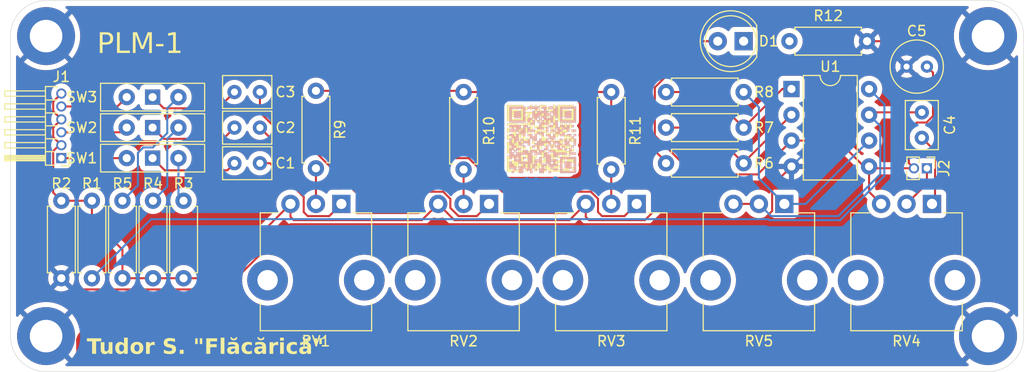
<source format=kicad_pcb>
(kicad_pcb (version 20240108) (generator "pcbnew") (generator_version "8.0")
  (layers (0 "F.Cu" signal) (31 "B.Cu" signal) (34 "B.Paste" user) (35 "F.Paste" user) (36 "B.SilkS" user "B.Silkscreen") (37 "F.SilkS" user "F.Silkscreen") (38 "B.Mask" user) (39 "F.Mask" user) (44 "Edge.Cuts" user))
  (net 0 "")
  (net 1 "Net-(C1-Pad2)")
  (net 2 "Net-(SW1A-A)")
  (net 3 "Net-(SW2A-A)")
  (net 4 "Net-(C2-Pad2)")
  (net 5 "Net-(C3-Pad2)")
  (net 6 "Net-(SW3A-A)")
  (net 7 "Net-(C4-Pad2)")
  (net 8 "Net-(C4-Pad1)")
  (net 9 "GND")
  (net 10 "-BATT")
  (net 11 "Net-(J1-Pin_3)")
  (net 12 "Net-(J1-Pin_1)")
  (net 13 "Net-(J1-Pin_5)")
  (net 14 "Net-(J2-Pin_1)")
  (net 15 "+BATT")
  (net 16 "Net-(SW1A-C)")
  (net 17 "Net-(SW2A-C)")
  (net 18 "Net-(SW3A-C)")
  (net 19 "Net-(R10-Pad1)")
  (net 20 "Net-(U1A--)")
  (net 21 "Net-(R7-Pad2)")
  (net 22 "Net-(U1B--)")
  (net 23 "Net-(R9-Pad2)")
  (net 24 "Net-(R10-Pad2)")
  (net 25 "Net-(R11-Pad2)")
  (net 26 "Net-(D1-K)")
  (footprint "Potentiometer_THT:Potentiometer_TT_P0915N" (layer "F.Cu") (at 189 79.5 180)
    (property "Reference" "RV4")
    (property "Value" "100KΩ")
  )
  (footprint "Resistor_THT:R_Axial_DIN0207_L6.3mm_D2.5mm_P7.62mm_Horizontal" (layer "F.Cu") (at 162.88 75.5)
    (property "Reference" "R6")
    (property "Value" "10KΩ")
  )
  (footprint "MountingHole:MountingHole_3.2mm_M3_ISO7380_Pad" (layer "F.Cu") (at 102 63)
    (property "Reference" "REF**" (hide yes))
    (property "Value" "MountingHole_3.2mm_M3_ISO7380_Pad" (hide yes))
  )
  (footprint "MountingHole:MountingHole_3.2mm_M3_ISO7380_Pad" (layer "F.Cu") (at 194.5 63)
    (property "Reference" "REF**" (hide yes))
    (property "Value" "MountingHole_3.2mm_M3_ISO7380_Pad" (hide yes))
  )
  (footprint "Connector_PinHeader_1.27mm:PinHeader_1x02_P1.27mm_Vertical" (layer "F.Cu") (at 188.5 76 -90)
    (property "Reference" "J2")
    (property "Value" "Conn_01x02_Pin")
  )
  (footprint "MountingHole:MountingHole_3.2mm_M3_ISO7380_Pad" (layer "F.Cu") (at 194.5 92.5)
    (property "Reference" "REF**" (hide yes))
    (property "Value" "MountingHole_3.2mm_M3_ISO7380_Pad" (hide yes))
  )
  (footprint "Resistor_THT:R_Axial_DIN0207_L6.3mm_D2.5mm_P7.62mm_Horizontal" (layer "F.Cu") (at 106.5 79.19 -90)
    (property "Reference" "R1")
    (property "Value" "10KΩ")
  )
  (footprint "Button_Switch_THT:SW_Slide-03_Wuerth-WS-SLTV_10x2.5x6.4_P2.54mm" (layer "F.Cu") (at 112.46 69)
    (property "Reference" "SW3")
    (property "Value" "SW_DPDT_x2")
  )
  (footprint "Resistor_THT:R_Axial_DIN0207_L6.3mm_D2.5mm_P7.62mm_Horizontal" (layer "F.Cu") (at 128.5 68.38 -90)
    (property "Reference" "R9")
    (property "Value" "10KΩ")
  )
  (footprint "Capacitor_THT:C_Rect_L4.6mm_W3.0mm_P2.50mm_MKS02_FKP02" (layer "F.Cu") (at 120.5 75.5)
    (property "Reference" "C1")
    (property "Value" "10µF")
  )
  (footprint "Resistor_THT:R_Axial_DIN0207_L6.3mm_D2.5mm_P7.62mm_Horizontal" (layer "F.Cu") (at 103.5 86.81 90)
    (property "Reference" "R2")
    (property "Value" "10KΩ")
  )
  (footprint "Button_Switch_THT:SW_Slide-03_Wuerth-WS-SLTV_10x2.5x6.4_P2.54mm" (layer "F.Cu") (at 112.46 72)
    (property "Reference" "SW2")
    (property "Value" "SW_DPDT_x2")
  )
  (footprint "Resistor_THT:R_Axial_DIN0207_L6.3mm_D2.5mm_P7.62mm_Horizontal" (layer "F.Cu") (at 115.5 86.81 90)
    (property "Reference" "R3")
    (property "Value" "100KΩ")
  )
  (footprint "Capacitor_THT:C_Radial_D5.0mm_H7.0mm_P2.00mm" (layer "F.Cu") (at 186.5 66)
    (property "Reference" "C5")
    (property "Value" "10µF")
  )
  (footprint "Button_Switch_THT:SW_Slide-03_Wuerth-WS-SLTV_10x2.5x6.4_P2.54mm" (layer "F.Cu") (at 112.46 75)
    (property "Reference" "SW1")
    (property "Value" "SW_DPDT_x2")
  )
  (footprint "Connector_PinHeader_1.27mm:PinHeader_1x06_P1.27mm_Horizontal" (layer "F.Cu") (at 103.5 75 180)
    (property "Reference" "J1")
    (property "Value" "Conn_01x06_Pin")
  )
  (footprint "Capacitor_THT:C_Rect_L4.6mm_W3.0mm_P2.50mm_MKS02_FKP02" (layer "F.Cu") (at 188 70.5 -90)
    (property "Reference" "C4")
    (property "Value" "10µF")
  )
  (footprint "Resistor_THT:R_Axial_DIN0207_L6.3mm_D2.5mm_P7.62mm_Horizontal" (layer "F.Cu") (at 182.62 63.5 180)
    (property "Reference" "R12")
    (property "Value" "1KΩ")
  )
  (footprint "Package_DIP:DIP-8_W7.62mm" (layer "F.Cu") (at 175.2 68.2)
    (property "Reference" "U1")
    (property "Value" "LM358")
  )
  (footprint "Potentiometer_THT:Potentiometer_TT_P0915N" (layer "F.Cu") (at 174.5 79.5 180)
    (property "Reference" "RV5")
    (property "Value" "100KΩ")
  )
  (footprint "Resistor_THT:R_Axial_DIN0207_L6.3mm_D2.5mm_P7.62mm_Horizontal" (layer "F.Cu") (at 157.5 68.5 -90)
    (property "Reference" "R11")
    (property "Value" "10KΩ")
  )
  (footprint "Capacitor_THT:C_Rect_L4.6mm_W3.0mm_P2.50mm_MKS02_FKP02" (layer "F.Cu") (at 120.5 72)
    (property "Reference" "C2")
    (property "Value" "10µF")
  )
  (footprint "MountingHole:MountingHole_3.2mm_M3_ISO7380_Pad" (layer "F.Cu") (at 102 92.5)
    (property "Reference" "REF**" (hide yes))
    (property "Value" "MountingHole_3.2mm_M3_ISO7380_Pad" (hide yes))
  )
  (footprint "Potentiometer_THT:Potentiometer_TT_P0915N" (layer "F.Cu") (at 160 79.5 180)
    (property "Reference" "RV3")
    (property "Value" "100KΩ")
  )
  (footprint "Resistor_THT:R_Axial_DIN0207_L6.3mm_D2.5mm_P7.62mm_Horizontal" (layer "F.Cu") (at 112.5 86.81 90)
    (property "Reference" "R4")
    (property "Value" "100KΩ")
  )
  (footprint "LED_THT:LED_D5.0mm_Clear" (layer "F.Cu") (at 170.5 63.5 180)
    (property "Reference" "D1")
    (property "Value" "LED")
  )
  (footprint "Potentiometer_THT:Potentiometer_TT_P0915N" (layer "F.Cu") (at 131 79.5 180)
    (property "Reference" "RV1")
    (property "Value" "100KΩ")
  )
  (footprint "Resistor_THT:R_Axial_DIN0207_L6.3mm_D2.5mm_P7.62mm_Horizontal" (layer "F.Cu") (at 162.88 68.5)
    (property "Reference" "R8")
    (property "Value" "10KΩ")
  )
  (footprint "Resistor_THT:R_Axial_DIN0207_L6.3mm_D2.5mm_P7.62mm_Horizontal" (layer "F.Cu") (at 109.5 86.81 90)
    (property "Reference" "R5")
    (property "Value" "100KΩ")
  )
  (footprint "Potentiometer_THT:Potentiometer_TT_P0915N" (layer "F.Cu") (at 145.5 79.5 180)
    (property "Reference" "RV2")
    (property "Value" "100KΩ")
  )
  (footprint "Resistor_THT:R_Axial_DIN0207_L6.3mm_D2.5mm_P7.62mm_Horizontal" (layer "F.Cu") (at 162.88 72)
    (property "Reference" "R7")
    (property "Value" "100KΩ")
  )
  (footprint "Resistor_THT:R_Axial_DIN0207_L6.3mm_D2.5mm_P7.62mm_Horizontal" (layer "F.Cu") (at 143 68.5 -90)
    (property "Reference" "R10")
    (property "Value" "10KΩ")
  )
  (footprint "Capacitor_THT:C_Rect_L4.6mm_W3.0mm_P2.50mm_MKS02_FKP02" (layer "F.Cu") (at 120.5 68.5)
    (property "Reference" "C3")
    (property "Value" "10µF")
  )
  (gr_poly (pts (xy 152.467111 74.983555) (xy 152.241334 74.983555) (xy 152.241334 74.757778) (xy 152.467111 74.757778)) (stroke (width -0.000001)) (fill solid) (layer "F.Cu"))
  (gr_poly (pts (xy 150.660889 74.080444) (xy 150.435111 74.080444) (xy 150.435111 74.306222) (xy 150.209334 74.306222) (xy 150.209334 74.532) (xy 149.983556 74.532) (xy 149.983556 74.080444) (xy 150.209334 74.080444) (xy 150.209334 73.854667) (xy 149.983556 73.854667) (xy 149.983556 73.628889) (xy 150.660889 73.628889)) (stroke (width -0.000001)) (fill solid) (layer "F.Cu"))
  (gr_poly (pts (xy 151.112445 75.435111) (xy 150.660889 75.435111) (xy 150.660889 75.209333) (xy 150.886667 75.209333) (xy 150.886667 74.983555) (xy 151.112445 74.983555)) (stroke (width -0.000001)) (fill solid) (layer "F.Cu"))
  (gr_poly (pts (xy 147.5 72.5) (xy 147.274223 72.5) (xy 147.274223 72.048444) (xy 147.5 72.048444)) (stroke (width -0.000001)) (fill solid) (layer "F.Cu"))
  (gr_poly (pts (xy 151.789778 75.886666) (xy 151.564 75.886666) (xy 151.564 75.660889) (xy 151.789778 75.660889)) (stroke (width -0.000001)) (fill solid) (layer "F.Cu"))
  (gr_poly (pts (xy 152.015556 71.596889) (xy 152.241334 71.596889) (xy 152.241334 72.048444) (xy 151.789778 72.048444) (xy 151.789778 72.5) (xy 151.564 72.5) (xy 151.564 71.822666) (xy 151.789778 71.822666) (xy 151.789778 70.693778) (xy 152.015556 70.693778)) (stroke (width -0.000001)) (fill solid) (layer "F.Cu"))
  (gr_arc (start 105.207107 93) (mid 105.5 92.292893) (end 106.207107 92) (stroke (width 0.5)) (layer "F.Cu") (net 10))
  (gr_arc (start 123.5 94) (mid 123.207107 94.707107) (end 122.5 95) (stroke (width 0.5)) (layer "F.Cu") (net 10))
  (gr_poly (pts (xy 153.821778 76.112445) (xy 153.596001 76.112445) (xy 153.596001 75.886666) (xy 153.821778 75.886666)) (stroke (width -0.000001)) (fill solid) (layer "F.Cu"))
  (gr_poly (pts (xy 153.596001 72.048444) (xy 153.370222 72.048444) (xy 153.370222 71.596889) (xy 153.596001 71.596889)) (stroke (width -0.000001)) (fill solid) (layer "F.Cu"))
  (gr_poly (pts (xy 149.757778 74.532) (xy 149.306222 74.532) (xy 149.306222 74.306222) (xy 149.532 74.306222) (xy 149.532 73.854667) (xy 149.757778 73.854667)) (stroke (width -0.000001)) (fill solid) (layer "F.Cu"))
  (gr_poly (pts (xy 152.015556 70.468) (xy 151.338223 70.468) (xy 151.338223 70.242222) (xy 151.789778 70.242222) (xy 151.789778 69.790667) (xy 152.015556 69.790667)) (stroke (width -0.000001)) (fill solid) (layer "F.Cu"))
  (gr_poly (pts (xy 148.403112 75.886666) (xy 147.725778 75.886666) (xy 147.725778 75.209333) (xy 148.403112 75.209333)) (stroke (width -0.000001)) (fill solid) (layer "F.Cu"))
  (gr_poly (pts (xy 151.338223 71.145333) (xy 151.112445 71.145333) (xy 151.112445 71.371111) (xy 151.338223 71.371111) (xy 151.338223 71.145333) (xy 151.564 71.145333) (xy 151.564 71.596889) (xy 151.338223 71.596889) (xy 151.338223 71.822666) (xy 151.112445 71.822666) (xy 151.112445 72.048444) (xy 150.660889 72.048444) (xy 150.660889 71.822666) (xy 150.886667 71.822666) (xy 151.112445 71.822666) (xy 151.112445 71.596889) (xy 150.886667 71.596889) (xy 150.886667 71.822666) (xy 150.660889 71.822666) (xy 150.660889 71.371111) (xy 150.886667 71.371111) (xy 150.886667 71.145333) (xy 151.112445 71.145333) (xy 151.112445 70.919556) (xy 151.338223 70.919556)) (stroke (width -0.000001)) (fill solid) (layer "F.Cu"))
  (gr_arc (start 106.5 63.56066) (mid 106.93934 62.5) (end 108 62.06066) (stroke (width 0.5)) (layer "F.Cu") (net 10))
  (gr_poly (pts (xy 150.435111 70.242222) (xy 150.209334 70.242222) (xy 150.209334 70.016444) (xy 150.435111 70.016444)) (stroke (width -0.000001)) (fill solid) (layer "F.Cu"))
  (gr_poly (pts (xy 149.080445 74.306222) (xy 148.854667 74.306222) (xy 148.854667 74.080444) (xy 148.628889 74.080444) (xy 148.628889 73.854667) (xy 149.080445 73.854667)) (stroke (width -0.000001)) (fill solid) (layer "F.Cu"))
  (gr_poly (pts (xy 148.854667 71.371111) (xy 147.274223 71.371111) (xy 147.274223 71.145333) (xy 147.5 71.145333) (xy 148.628889 71.145333) (xy 148.628889 70.016444) (xy 147.5 70.016444) (xy 147.5 71.145333) (xy 147.274223 71.145333) (xy 147.274223 69.790667) (xy 148.854667 69.790667)) (stroke (width -0.000001)) (fill solid) (layer "F.Cu"))
  (gr_poly (pts (xy 149.757778 70.693778) (xy 149.532 70.693778) (xy 149.532 71.145333) (xy 149.757778 71.145333) (xy 149.757778 70.919556) (xy 150.209334 70.919556) (xy 150.209334 71.371111) (xy 149.983556 71.371111) (xy 149.983556 71.822666) (xy 149.757778 71.822666) (xy 149.757778 72.274222) (xy 149.532 72.274222) (xy 149.532 71.822666) (xy 149.757778 71.822666) (xy 149.757778 71.596889) (xy 149.532 71.596889) (xy 149.532 71.822666) (xy 149.080445 71.822666) (xy 149.080445 72.048444) (xy 148.854667 72.048444) (xy 148.854667 72.274222) (xy 148.628889 72.274222) (xy 148.628889 72.5) (xy 149.080445 72.5) (xy 149.080445 72.048444) (xy 149.306222 72.048444) (xy 149.306222 72.5) (xy 149.080445 72.5) (xy 149.080445 73.177333) (xy 149.306222 73.177333) (xy 149.306222 72.951555) (xy 149.532 72.951555) (xy 149.532 73.628889) (xy 149.306222 73.628889) (xy 149.306222 73.403111) (xy 148.854667 73.403111) (xy 148.854667 73.628889) (xy 148.628889 73.628889) (xy 148.628889 73.854667) (xy 148.403112 73.854667) (xy 148.403112 74.080444) (xy 147.725778 74.080444) (xy 147.725778 73.854667) (xy 147.951556 73.854667) (xy 147.951556 73.628889) (xy 147.725778 73.628889) (xy 147.725778 73.854667) (xy 147.5 73.854667) (xy 147.5 74.532) (xy 147.274223 74.532) (xy 147.274223 73.403111) (xy 147.5 73.403111) (xy 147.5 73.628889) (xy 147.725778 73.628889) (xy 147.725778 73.177333) (xy 147.951556 73.177333) (xy 148.177334 73.177333) (xy 148.177334 73.403111) (xy 148.403112 73.403111) (xy 148.403112 73.628889) (xy 148.628889 73.628889) (xy 148.628889 73.403111) (xy 148.854667 73.403111) (xy 148.854667 73.177333) (xy 148.628889 73.177333) (xy 148.628889 72.951555) (xy 148.854667 72.951555) (xy 148.854667 72.725778) (xy 148.628889 72.725778) (xy 148.628889 72.951555) (xy 148.403112 72.951555) (xy 148.403112 73.177333) (xy 148.177334 73.177333) (xy 148.177334 72.951555) (xy 147.951556 72.951555) (xy 147.951556 73.177333) (xy 147.725778 73.177333) (xy 147.725778 72.951555) (xy 147.5 72.951555) (xy 147.5 73.177333) (xy 147.274223 73.177333) (xy 147.274223 72.725778) (xy 147.725778 72.725778) (xy 148.177334 72.725778) (xy 148.403112 72.725778) (xy 148.403112 72.274222) (xy 148.177334 72.274222) (xy 148.177334 72.725778) (xy 147.725778 72.725778) (xy 147.725778 72.5) (xy 147.951556 72.5) (xy 147.951556 72.274222) (xy 148.177334 72.274222) (xy 148.177334 72.048444) (xy 147.951556 72.048444) (xy 147.951556 72.274222) (xy 147.725778 72.274222) (xy 147.725778 72.048444) (xy 147.5 72.048444) (xy 147.5 71.822666) (xy 147.274223 71.822666) (xy 147.274223 71.596889) (xy 148.403112 71.596889) (xy 148.403112 71.822666) (xy 148.177334 71.822666) (xy 148.177334 72.048444) (xy 148.854667 72.048444) (xy 148.854667 71.822666) (xy 148.628889 71.822666) (xy 148.628889 71.596889) (xy 149.306222 71.596889) (xy 149.306222 71.371111) (xy 149.532 71.371111) (xy 149.757778 71.371111) (xy 149.983556 71.371111) (xy 149.983556 71.145333) (xy 149.757778 71.145333) (xy 149.757778 71.371111) (xy 149.532 71.371111) (xy 149.532 71.145333) (xy 149.306222 71.145333) (xy 149.306222 71.371111) (xy 149.080445 71.371111) (xy 149.080445 70.919556) (xy 149.306222 70.919556) (xy 149.306222 70.693778) (xy 149.080445 70.693778) (xy 149.080445 70.468) (xy 149.757778 70.468)) (stroke (width -0.000001)) (fill solid) (layer "F.Cu"))
  (gr_poly (pts (xy 153.596001 73.854667) (xy 153.370222 73.854667) (xy 153.370222 73.628889) (xy 153.596001 73.628889)) (stroke (width -0.000001)) (fill solid) (layer "F.Cu"))
  (gr_poly (pts (xy 148.628889 73.403111) (xy 148.403112 73.403111) (xy 148.403112 73.177333) (xy 148.628889 73.177333)) (stroke (width -0.000001)) (fill solid) (layer "F.Cu"))
  (gr_poly (pts (xy 153.821778 72.5) (xy 153.596001 72.5) (xy 153.596001 72.274222) (xy 153.821778 72.274222)) (stroke (width -0.000001)) (fill solid) (layer "F.Cu"))
  (gr_poly (pts (xy 151.338223 74.080444) (xy 151.112445 74.080444) (xy 151.112445 73.854667) (xy 151.338223 73.854667)) (stroke (width -0.000001)) (fill solid) (layer "F.Cu"))
  (gr_poly (pts (xy 150.209334 73.177333) (xy 149.983556 73.177333) (xy 149.983556 73.628889) (xy 149.757778 73.628889) (xy 149.757778 72.951555) (xy 150.209334 72.951555)) (stroke (width -0.000001)) (fill solid) (layer "F.Cu"))
  (gr_poly (pts (xy 149.306222 74.757778) (xy 150.209334 74.757778) (xy 150.209334 74.983555) (xy 149.983556 74.983555) (xy 149.983556 75.435111) (xy 149.757778 75.435111) (xy 149.757778 76.338222) (xy 149.532 76.338222) (xy 149.532 76.112445) (xy 149.306222 76.112445) (xy 149.306222 76.338222) (xy 149.080445 76.338222) (xy 149.080445 75.886666) (xy 149.306222 75.886666) (xy 149.532 75.886666) (xy 149.532 75.660889) (xy 149.306222 75.660889) (xy 149.306222 75.886666) (xy 149.080445 75.886666) (xy 149.080445 75.435111) (xy 149.532 75.435111) (xy 149.757778 75.435111) (xy 149.757778 75.209333) (xy 149.532 75.209333) (xy 149.532 75.435111) (xy 149.080445 75.435111) (xy 149.080445 75.209333) (xy 149.532 75.209333) (xy 149.532 74.983555) (xy 149.080445 74.983555) (xy 149.080445 74.532) (xy 149.306222 74.532)) (stroke (width -0.000001)) (fill solid) (layer "F.Cu"))
  (gr_poly (pts (xy 151.338223 74.983555) (xy 151.112445 74.983555) (xy 151.112445 74.757778) (xy 151.338223 74.757778)) (stroke (width -0.000001)) (fill solid) (layer "F.Cu"))
  (gr_arc (start 106.207107 95) (mid 105.499999 94.707107) (end 105.207107 94) (stroke (width 0.5)) (layer "F.Cu") (net 10))
  (gr_poly (pts (xy 153.144445 72.951555) (xy 153.370222 72.951555) (xy 153.370222 72.725778) (xy 153.596001 72.725778) (xy 153.596001 72.951555) (xy 153.821778 72.951555) (xy 153.821778 73.403111) (xy 153.370222 73.403111) (xy 153.370222 73.177333) (xy 152.918667 73.177333) (xy 152.918667 72.725778) (xy 153.144445 72.725778)) (stroke (width -0.000001)) (fill solid) (layer "F.Cu"))
  (gr_poly (pts (xy 148.628889 74.306222) (xy 148.854667 74.306222) (xy 148.854667 74.532) (xy 148.403112 74.532) (xy 148.403112 74.080444) (xy 148.628889 74.080444)) (stroke (width -0.000001)) (fill solid) (layer "F.Cu"))
  (gr_poly (pts (xy 148.854667 76.338222) (xy 147.274223 76.338222) (xy 147.274223 76.112445) (xy 147.5 76.112445) (xy 148.628889 76.112445) (xy 148.628889 74.983555) (xy 147.5 74.983555) (xy 147.5 76.112445) (xy 147.274223 76.112445) (xy 147.274223 74.757778) (xy 148.854667 74.757778)) (stroke (width -0.000001)) (fill solid) (layer "F.Cu"))
  (gr_poly (pts (xy 150.435111 72.048444) (xy 150.660889 72.048444) (xy 150.660889 72.274222) (xy 150.435111 72.274222) (xy 150.435111 72.5) (xy 150.209334 72.5) (xy 150.209334 72.725778) (xy 149.983556 72.725778) (xy 149.983556 72.274222) (xy 150.209334 72.274222) (xy 150.209334 72.048444) (xy 149.983556 72.048444) (xy 149.983556 71.822666) (xy 150.435111 71.822666)) (stroke (width -0.000001)) (fill solid) (layer "F.Cu"))
  (gr_poly (pts (xy 150.660889 71.371111) (xy 150.435111 71.371111) (xy 150.435111 71.145333) (xy 150.660889 71.145333)) (stroke (width -0.000001)) (fill solid) (layer "F.Cu"))
  (gr_line (start 123.5 93) (end 123.5 94) (stroke (width 0.5)) (layer "F.Cu") (net 10))
  (gr_poly (pts (xy 151.112445 72.5) (xy 150.886667 72.5) (xy 150.886667 72.951555) (xy 151.112445 72.951555) (xy 151.112445 73.403111) (xy 151.564 73.403111) (xy 151.564 72.951555) (xy 151.789778 72.951555) (xy 151.789778 73.177333) (xy 152.015556 73.177333) (xy 152.015556 73.854667) (xy 151.789778 73.854667) (xy 151.789778 74.080444) (xy 152.918667 74.080444) (xy 152.918667 74.306222) (xy 153.370222 74.306222) (xy 153.370222 74.080444) (xy 153.821778 74.080444) (xy 153.821778 74.306222) (xy 153.596001 74.306222) (xy 153.596001 74.757778) (xy 153.370222 74.757778) (xy 153.370222 74.983555) (xy 153.821778 74.983555) (xy 153.821778 75.435111) (xy 153.144445 75.435111) (xy 153.144445 74.983555) (xy 152.918667 74.983555) (xy 152.918667 75.435111) (xy 152.692889 75.435111) (xy 152.692889 75.886666) (xy 152.241334 75.886666) (xy 152.241334 76.112445) (xy 152.467111 76.112445) (xy 152.467111 76.338222) (xy 151.338223 76.338222) (xy 151.338223 76.112445) (xy 151.112445 76.112445) (xy 151.112445 76.338222) (xy 150.435111 76.338222) (xy 150.435111 76.112445) (xy 150.886667 76.112445) (xy 150.886667 75.886666) (xy 151.112445 75.886666) (xy 151.112445 75.660889) (xy 151.338223 75.660889) (xy 151.338223 75.886666) (xy 151.564 75.886666) (xy 151.564 76.112445) (xy 151.789778 76.112445) (xy 151.789778 75.886666) (xy 152.015556 75.886666) (xy 152.015556 75.660889) (xy 152.241334 75.660889) (xy 152.467111 75.660889) (xy 152.467111 75.435111) (xy 152.241334 75.435111) (xy 152.241334 75.660889) (xy 152.015556 75.660889) (xy 151.789778 75.660889) (xy 151.789778 75.209333) (xy 152.015556 75.209333) (xy 152.692889 75.209333) (xy 152.692889 74.757778) (xy 152.918667 74.757778) (xy 153.370222 74.757778) (xy 153.370222 74.532) (xy 152.918667 74.532) (xy 152.918667 74.757778) (xy 152.692889 74.757778) (xy 152.692889 74.532) (xy 152.015556 74.532) (xy 152.015556 75.209333) (xy 151.789778 75.209333) (xy 151.789778 74.983555) (xy 151.564 74.983555) (xy 151.564 74.532) (xy 151.789778 74.532) (xy 151.789778 74.306222) (xy 151.564 74.306222) (xy 151.564 73.628889) (xy 151.789778 73.628889) (xy 151.789778 73.403111) (xy 151.564 73.403111) (xy 151.564 73.628889) (xy 151.112445 73.628889) (xy 151.112445 73.854667) (xy 150.886667 73.854667) (xy 150.886667 73.628889) (xy 150.660889 73.628889) (xy 150.660889 73.403111) (xy 150.435111 73.403111) (xy 150.435111 73.177333) (xy 150.660889 73.177333) (xy 150.660889 72.725778) (xy 150.435111 72.725778) (xy 150.435111 72.5) (xy 150.660889 72.5) (xy 150.660889 72.274222) (xy 151.112445 72.274222)) (stroke (width -0.000001)) (fill solid) (layer "F.Cu"))
  (gr_poly (pts (xy 153.821778 71.371111) (xy 152.241334 71.371111) (xy 152.241334 71.145333) (xy 152.467111 71.145333) (xy 153.596001 71.145333) (xy 153.596001 70.016444) (xy 152.467111 70.016444) (xy 152.467111 71.145333) (xy 152.241334 71.145333) (xy 152.241334 69.790667) (xy 153.821778 69.790667)) (stroke (width -0.000001)) (fill solid) (layer "F.Cu"))
  (gr_poly (pts (xy 153.596001 75.886666) (xy 153.370222 75.886666) (xy 153.370222 76.338222) (xy 152.692889 76.338222) (xy 152.692889 76.112445) (xy 152.918667 76.112445) (xy 152.918667 75.886666) (xy 153.144445 75.886666) (xy 153.144445 75.660889) (xy 153.596001 75.660889)) (stroke (width -0.000001)) (fill solid) (layer "F.Cu"))
  (gr_line (start 105.207107 93.792893) (end 105.207107 92.792893) (stroke (width 0.5)) (layer "F.Cu") (net 10))
  (gr_poly (pts (xy 151.112445 70.919556) (xy 150.435111 70.919556) (xy 150.435111 70.693778) (xy 150.660889 70.693778) (xy 150.660889 70.468) (xy 151.112445 70.468)) (stroke (width -0.000001)) (fill solid) (layer "F.Cu"))
  (gr_poly (pts (xy 149.757778 70.242222) (xy 149.532 70.242222) (xy 149.532 69.790667) (xy 149.757778 69.790667)) (stroke (width -0.000001)) (fill solid) (layer "F.Cu"))
  (gr_poly (pts (xy 150.209334 70.693778) (xy 149.983556 70.693778) (xy 149.983556 70.242222) (xy 150.209334 70.242222)) (stroke (width -0.000001)) (fill solid) (layer "F.Cu"))
  (gr_poly (pts (xy 150.209334 70.016444) (xy 149.983556 70.016444) (xy 149.983556 69.790667) (xy 150.209334 69.790667)) (stroke (width -0.000001)) (fill solid) (layer "F.Cu"))
  (gr_poly (pts (xy 148.403112 70.919556) (xy 147.725778 70.919556) (xy 147.725778 70.242222) (xy 148.403112 70.242222)) (stroke (width -0.000001)) (fill solid) (layer "F.Cu"))
  (gr_poly (pts (xy 151.338223 70.242222) (xy 151.112445 70.242222) (xy 151.112445 70.016444) (xy 151.338223 70.016444)) (stroke (width -0.000001)) (fill solid) (layer "F.Cu"))
  (gr_poly (pts (xy 149.757778 72.725778) (xy 149.306222 72.725778) (xy 149.306222 72.5) (xy 149.757778 72.5)) (stroke (width -0.000001)) (fill solid) (layer "F.Cu"))
  (gr_poly (pts (xy 152.918667 73.403111) (xy 152.692889 73.403111) (xy 152.692889 73.628889) (xy 153.144445 73.628889) (xy 153.144445 73.854667) (xy 153.370222 73.854667) (xy 153.370222 74.080444) (xy 152.918667 74.080444) (xy 152.918667 73.854667) (xy 152.467111 73.854667) (xy 152.467111 73.403111) (xy 152.241334 73.403111) (xy 152.241334 73.177333) (xy 152.918667 73.177333)) (stroke (width -0.000001)) (fill solid) (layer "F.Cu"))
  (gr_arc (start 108 65.43934) (mid 106.939339 65) (end 106.5 63.93934) (stroke (width 0.5)) (layer "F.Cu") (net 10))
  (gr_poly (pts (xy 151.112445 70.016444) (xy 150.435111 70.016444) (xy 150.435111 69.790667) (xy 151.112445 69.790667)) (stroke (width -0.000001)) (fill solid) (layer "F.Cu"))
  (gr_arc (start 115 64) (mid 114.560648 65.060648) (end 113.5 65.5) (stroke (width 0.5)) (layer "F.Cu") (net 10))
  (gr_poly (pts (xy 150.660889 70.468) (xy 150.435111 70.468) (xy 150.435111 70.242222) (xy 150.660889 70.242222)) (stroke (width -0.000001)) (fill solid) (layer "F.Cu"))
  (gr_poly (pts (xy 151.112445 74.532) (xy 150.886667 74.532) (xy 150.886667 74.983555) (xy 150.660889 74.983555) (xy 150.660889 74.532) (xy 150.435111 74.532) (xy 150.435111 74.306222) (xy 151.112445 74.306222)) (stroke (width -0.000001)) (fill solid) (layer "F.Cu"))
  (gr_poly (pts (xy 151.338223 72.274222) (xy 151.112445 72.274222) (xy 151.112445 72.048444) (xy 151.338223 72.048444)) (stroke (width -0.000001)) (fill solid) (layer "F.Cu"))
  (gr_poly (pts (xy 152.692889 71.822666) (xy 152.918667 71.822666) (xy 152.918667 71.596889) (xy 153.144445 71.596889) (xy 153.144445 72.048444) (xy 153.370222 72.048444) (xy 153.370222 72.274222) (xy 153.144445 72.274222) (xy 153.144445 72.5) (xy 152.918667 72.5) (xy 152.918667 72.725778) (xy 152.241334 72.725778) (xy 152.241334 72.951555) (xy 151.789778 72.951555) (xy 151.789778 72.5) (xy 152.015556 72.5) (xy 152.015556 72.274222) (xy 152.467111 72.274222) (xy 152.692889 72.274222) (xy 152.918667 72.274222) (xy 152.918667 72.048444) (xy 152.692889 72.048444) (xy 152.692889 72.274222) (xy 152.467111 72.274222) (xy 152.467111 71.596889) (xy 152.692889 71.596889)) (stroke (width -0.000001)) (fill solid) (layer "F.Cu"))
  (gr_poly (pts (xy 151.564 70.919556) (xy 151.338223 70.919556) (xy 151.338223 70.693778) (xy 151.564 70.693778)) (stroke (width -0.000001)) (fill solid) (layer "F.Cu"))
  (gr_poly (pts (xy 151.564 75.660889) (xy 151.338223 75.660889) (xy 151.338223 75.209333) (xy 151.564 75.209333)) (stroke (width -0.000001)) (fill solid) (layer "F.Cu"))
  (gr_poly (pts (xy 153.370222 70.919556) (xy 152.692889 70.919556) (xy 152.692889 70.242222) (xy 153.370222 70.242222)) (stroke (width -0.000001)) (fill solid) (layer "F.Cu"))
  (gr_poly (pts (xy 150.660889 75.209333) (xy 150.435111 75.209333) (xy 150.435111 74.983555) (xy 150.660889 74.983555)) (stroke (width -0.000001)) (fill solid) (layer "F.Cu"))
  (gr_arc (start 122.5 92) (mid 123.207107 92.292893) (end 123.5 93) (stroke (width 0.5)) (layer "F.Cu") (net 10))
  (gr_poly (pts (xy 149.306222 70.242222) (xy 149.080445 70.242222) (xy 149.080445 70.016444) (xy 149.306222 70.016444)) (stroke (width -0.000001)) (fill solid) (layer "F.Cu"))
  (gr_poly (pts (xy 150.660889 75.660889) (xy 150.886667 75.660889) (xy 150.886667 75.886666) (xy 150.435111 75.886666) (xy 150.435111 76.112445) (xy 150.209334 76.112445) (xy 150.209334 76.338222) (xy 149.983556 76.338222) (xy 149.983556 75.886666) (xy 150.209334 75.886666) (xy 150.209334 75.660889) (xy 149.983556 75.660889) (xy 149.983556 75.435111) (xy 150.660889 75.435111)) (stroke (width -0.000001)) (fill solid) (layer "F.Cu"))
  (gr_poly (pts (xy 151.564 72.951555) (xy 151.338223 72.951555) (xy 151.338223 72.725778) (xy 151.112445 72.725778) (xy 151.112445 72.5) (xy 151.564 72.5)) (stroke (width -0.000001)) (fill solid) (layer "F.Cu"))
  (gr_arc (start 113.439352 62.06066) (mid 114.5 62.500012) (end 114.939352 63.56066) (stroke (width 0.5)) (layer "F.Cu") (net 10))
  (gr_poly (pts (xy 149.983555 76.241334) (xy 149.983555 76.015555) (xy 150.209333 76.015555) (xy 150.209333 76.241334)) (stroke (width -0.000001)) (fill solid) (layer "B.Cu"))
  (gr_poly (pts (xy 149.532 71.725778) (xy 149.532 71.5) (xy 149.757778 71.5) (xy 149.757778 71.274222) (xy 149.983555 71.274222) (xy 149.983555 71.725778)) (stroke (width -0.000001)) (fill solid) (layer "B.Cu"))
  (gr_poly (pts (xy 149.306222 72.403111) (xy 149.306222 71.951555) (xy 149.532 71.951555) (xy 149.532 72.177333) (xy 149.983555 72.177333) (xy 149.983555 72.403111)) (stroke (width -0.000001)) (fill solid) (layer "B.Cu"))
  (gr_poly (pts (xy 152.692889 73.983556) (xy 152.692889 73.757778) (xy 152.467111 73.757778) (xy 152.467111 73.983556) (xy 152.692889 73.983556) (xy 152.692889 74.209333) (xy 152.241333 74.209333) (xy 152.241333 73.983556) (xy 152.015556 73.983556) (xy 152.015556 73.757778) (xy 151.789778 73.757778) (xy 151.789778 73.306222) (xy 152.015556 73.306222) (xy 152.015556 73.532) (xy 152.015556 73.757778) (xy 152.241333 73.757778) (xy 152.241333 73.532) (xy 152.015556 73.532) (xy 152.015556 73.306222) (xy 152.467111 73.306222) (xy 152.467111 73.532) (xy 152.692889 73.532) (xy 152.692889 73.757778) (xy 152.918666 73.757778) (xy 152.918666 73.983556)) (stroke (width -0.000001)) (fill solid) (layer "B.Cu"))
  (gr_poly (pts (xy 152.467111 71.5) (xy 152.467111 69.919556) (xy 152.692889 69.919556) (xy 152.692889 70.145333) (xy 152.692889 71.274222) (xy 153.821778 71.274222) (xy 153.821778 70.145333) (xy 152.692889 70.145333) (xy 152.692889 69.919556) (xy 154.047555 69.919556) (xy 154.047555 71.5)) (stroke (width -0.000001)) (fill solid) (layer "B.Cu"))
  (gr_poly (pts (xy 153.144444 72.854667) (xy 153.144444 72.628889) (xy 153.596 72.628889) (xy 153.596 72.854667)) (stroke (width -0.000001)) (fill solid) (layer "B.Cu"))
  (gr_poly (pts (xy 153.821778 73.757778) (xy 153.821778 73.080444) (xy 154.047555 73.080444) (xy 154.047555 73.757778)) (stroke (width -0.000001)) (fill solid) (layer "B.Cu"))
  (gr_poly (pts (xy 149.532 71.274222) (xy 149.532 71.5) (xy 149.306222 71.5) (xy 149.306222 71.048445) (xy 149.757778 71.048445) (xy 149.757778 71.274222)) (stroke (width -0.000001)) (fill solid) (layer "B.Cu"))
  (gr_poly (pts (xy 152.918666 71.048445) (xy 152.918666 70.371111) (xy 153.596 70.371111) (xy 153.596 71.048445)) (stroke (width -0.000001)) (fill solid) (layer "B.Cu"))
  (gr_poly (pts (xy 152.918666 74.209333) (xy 152.918666 73.983556) (xy 153.144444 73.983556) (xy 153.144444 74.209333)) (stroke (width -0.000001)) (fill solid) (layer "B.Cu"))
  (gr_poly (pts (xy 150.886667 74.209333) (xy 150.886667 73.983556) (xy 151.112444 73.983556) (xy 151.112444 73.757778) (xy 151.338222 73.757778) (xy 151.338222 74.209333)) (stroke (width -0.000001)) (fill solid) (layer "B.Cu"))
  (gr_poly (pts (xy 151.338222 73.757778) (xy 151.338222 73.532) (xy 150.886667 73.532) (xy 150.886667 73.757778) (xy 150.435111 73.757778) (xy 150.435111 74.209333) (xy 150.886667 74.209333) (xy 150.886667 74.435111) (xy 150.660889 74.435111) (xy 150.660889 74.660889) (xy 149.983555 74.660889) (xy 149.983555 74.435111) (xy 149.757778 74.435111) (xy 149.757778 75.564) (xy 149.532 75.564) (xy 149.532 76.015555) (xy 149.757778 76.015555) (xy 149.757778 76.467111) (xy 149.532 76.467111) (xy 149.532 76.241334) (xy 149.080444 76.241334) (xy 149.080444 76.015555) (xy 148.854667 76.015555) (xy 148.854667 76.467111) (xy 148.403111 76.467111) (xy 148.403111 75.789778) (xy 148.854667 75.789778) (xy 148.854667 75.564) (xy 148.403111 75.564) (xy 148.403111 75.338222) (xy 147.951556 75.338222) (xy 147.951556 74.886667) (xy 147.725777 74.886667) (xy 147.725777 75.112444) (xy 147.5 75.112444) (xy 147.5 73.983556) (xy 147.725777 73.983556) (xy 147.725777 73.757778) (xy 147.5 73.757778) (xy 147.5 73.080444) (xy 147.725777 73.080444) (xy 147.725777 73.532) (xy 147.951556 73.532) (xy 147.951556 73.757778) (xy 148.177333 73.757778) (xy 148.177333 73.983556) (xy 147.951556 73.983556) (xy 147.951556 74.209333) (xy 147.725777 74.209333) (xy 147.725777 74.435111) (xy 147.951556 74.435111) (xy 147.951556 74.660889) (xy 148.177333 74.660889) (xy 148.177333 74.886667) (xy 148.177333 75.112444) (xy 148.403111 75.112444) (xy 148.403111 74.886667) (xy 148.177333 74.886667) (xy 148.177333 74.660889) (xy 148.177333 74.435111) (xy 148.628889 74.435111) (xy 148.628889 74.660889) (xy 148.628889 75.338222) (xy 149.080444 75.338222) (xy 149.080444 75.564) (xy 149.080444 76.015555) (xy 149.306222 76.015555) (xy 149.306222 75.564) (xy 149.080444 75.564) (xy 149.080444 75.338222) (xy 149.306222 75.338222) (xy 149.306222 74.660889) (xy 148.628889 74.660889) (xy 148.628889 74.435111) (xy 148.854667 74.435111) (xy 148.854667 74.209333) (xy 149.306222 74.209333) (xy 149.306222 74.435111) (xy 149.532 74.435111) (xy 149.532 74.209333) (xy 150.209333 74.209333) (xy 150.209333 74.435111) (xy 150.435111 74.435111) (xy 150.435111 74.209333) (xy 150.209333 74.209333) (xy 150.209333 73.757778) (xy 149.983555 73.757778) (xy 149.983555 73.532) (xy 150.209333 73.532) (xy 150.209333 73.306222) (xy 150.435111 73.306222) (xy 150.435111 73.080444) (xy 150.660889 73.080444) (xy 150.660889 73.306222) (xy 151.112444 73.306222) (xy 151.112444 73.080444) (xy 151.338222 73.080444) (xy 151.338222 73.306222) (xy 151.564 73.306222) (xy 151.564 73.757778)) (stroke (width -0.000001)) (fill solid) (layer "B.Cu"))
  (gr_poly (pts (xy 153.596 71.951555) (xy 153.596 71.725778) (xy 153.821778 71.725778) (xy 153.821778 71.951555)) (stroke (width -0.000001)) (fill solid) (layer "B.Cu"))
  (gr_poly (pts (xy 149.757778 73.983556) (xy 149.757778 73.757778) (xy 149.983555 73.757778) (xy 149.983555 73.983556)) (stroke (width -0.000001)) (fill solid) (layer "B.Cu"))
  (gr_poly (pts (xy 148.854667 73.983556) (xy 148.854667 73.757778) (xy 149.080444 73.757778) (xy 149.080444 73.983556)) (stroke (width -0.000001)) (fill solid) (layer "B.Cu"))
  (gr_poly (pts (xy 153.370222 74.660889) (xy 153.370222 73.983556) (xy 153.596 73.983556) (xy 153.596 74.435111) (xy 154.047555 74.435111) (xy 154.047555 74.660889)) (stroke (width -0.000001)) (fill solid) (layer "B.Cu"))
  (gr_poly (pts (xy 151.789778 76.241334) (xy 151.789778 76.015555) (xy 152.241333 76.015555) (xy 152.241333 76.241334)) (stroke (width -0.000001)) (fill solid) (layer "B.Cu"))
  (gr_poly (pts (xy 151.338222 70.145333) (xy 151.338222 69.919556) (xy 151.789778 69.919556) (xy 151.789778 70.145333)) (stroke (width -0.000001)) (fill solid) (layer "B.Cu"))
  (gr_poly (pts (xy 148.177333 73.306222) (xy 148.177333 73.532) (xy 147.951556 73.532) (xy 147.951556 73.080444) (xy 147.725777 73.080444) (xy 147.725777 72.854667) (xy 147.5 72.854667) (xy 147.5 72.628889) (xy 147.951556 72.628889) (xy 147.951556 72.854667) (xy 148.177333 72.854667) (xy 148.177333 72.628889) (xy 148.403111 72.628889) (xy 148.403111 73.306222)) (stroke (width -0.000001)) (fill solid) (layer "B.Cu"))
  (gr_poly (pts (xy 151.789778 73.080444) (xy 151.789778 73.306222) (xy 151.564 73.306222) (xy 151.564 73.080444) (xy 151.338222 73.080444) (xy 151.338222 72.854667) (xy 151.112444 72.854667) (xy 151.112444 72.628889) (xy 151.564 72.628889) (xy 151.564 72.854667) (xy 151.789778 72.854667) (xy 151.789778 72.628889) (xy 152.015556 72.628889) (xy 152.015556 73.080444)) (stroke (width -0.000001)) (fill solid) (layer "B.Cu"))
  (gr_poly (pts (xy 153.821778 72.854667) (xy 153.821778 72.628889) (xy 154.047555 72.628889) (xy 154.047555 72.854667)) (stroke (width -0.000001)) (fill solid) (layer "B.Cu"))
  (gr_poly (pts (xy 152.467111 76.467111) (xy 152.467111 74.886667) (xy 152.692889 74.886667) (xy 152.692889 75.112444) (xy 152.692889 76.241334) (xy 153.821778 76.241334) (xy 153.821778 75.112444) (xy 152.692889 75.112444) (xy 152.692889 74.886667) (xy 154.047555 74.886667) (xy 154.047555 76.467111)) (stroke (width -0.000001)) (fill solid) (layer "B.Cu"))
  (gr_poly (pts (xy 149.080444 71.951555) (xy 149.080444 72.854667) (xy 148.854667 72.854667) (xy 148.854667 72.628889) (xy 148.403111 72.628889) (xy 148.403111 72.403111) (xy 147.5 72.403111) (xy 147.5 72.177333) (xy 147.725777 72.177333) (xy 147.725777 71.951555) (xy 147.5 71.951555) (xy 147.5 71.725778) (xy 147.951556 71.725778) (xy 147.951556 71.951555) (xy 147.951556 72.177333) (xy 148.177333 72.177333) (xy 148.177333 71.951555) (xy 147.951556 71.951555) (xy 147.951556 71.725778) (xy 148.403111 71.725778) (xy 148.403111 72.177333) (xy 148.403111 72.403111) (xy 148.628889 72.403111) (xy 148.628889 72.177333) (xy 148.403111 72.177333) (xy 148.403111 71.725778) (xy 148.628889 71.725778) (xy 148.628889 72.177333) (xy 148.854667 72.177333) (xy 148.854667 71.725778) (xy 149.306222 71.725778) (xy 149.306222 71.951555)) (stroke (width -0.000001)) (fill solid) (layer "B.Cu"))
  (gr_poly (pts (xy 153.596 73.080444) (xy 153.596 72.854667) (xy 153.821778 72.854667) (xy 153.821778 73.080444)) (stroke (width -0.000001)) (fill solid) (layer "B.Cu"))
  (gr_poly (pts (xy 152.918666 73.757778) (xy 152.918666 73.080444) (xy 153.144444 73.080444) (xy 153.144444 73.306222) (xy 153.370222 73.306222) (xy 153.370222 73.757778)) (stroke (width -0.000001)) (fill solid) (layer "B.Cu"))
  (gr_poly (pts (xy 147.951556 71.048445) (xy 147.951556 70.371111) (xy 148.628889 70.371111) (xy 148.628889 71.048445)) (stroke (width -0.000001)) (fill solid) (layer "B.Cu"))
  (gr_poly (pts (xy 152.241333 74.660889) (xy 152.241333 74.886667) (xy 151.789778 74.886667) (xy 151.789778 74.435111) (xy 151.338222 74.435111) (xy 151.338222 74.209333) (xy 152.015556 74.209333) (xy 152.015556 74.435111) (xy 153.144444 74.435111) (xy 153.144444 74.660889)) (stroke (width -0.000001)) (fill solid) (layer "B.Cu"))
  (gr_poly (pts (xy 151.112444 72.403111) (xy 151.112444 71.951555) (xy 151.338222 71.951555) (xy 151.338222 72.403111)) (stroke (width -0.000001)) (fill solid) (layer "B.Cu"))
  (gr_poly (pts (xy 148.177333 74.209333) (xy 148.177333 73.983556) (xy 148.628889 73.983556) (xy 148.628889 74.209333)) (stroke (width -0.000001)) (fill solid) (layer "B.Cu"))
  (gr_poly (pts (xy 149.757778 73.306222) (xy 149.757778 73.080444) (xy 149.532 73.080444) (xy 149.532 72.854667) (xy 149.306222 72.854667) (xy 149.306222 72.628889) (xy 149.757778 72.628889) (xy 149.757778 72.854667) (xy 149.983555 72.854667) (xy 149.983555 72.628889) (xy 150.209333 72.628889) (xy 150.209333 73.306222)) (stroke (width -0.000001)) (fill solid) (layer "B.Cu"))
  (gr_poly (pts (xy 147.5 71.5) (xy 147.5 69.919556) (xy 147.725777 69.919556) (xy 147.725777 70.145333) (xy 147.725777 71.274222) (xy 148.854667 71.274222) (xy 148.854667 70.145333) (xy 147.725777 70.145333) (xy 147.725777 69.919556) (xy 149.080444 69.919556) (xy 149.080444 71.5)) (stroke (width -0.000001)) (fill solid) (layer "B.Cu"))
  (gr_poly (pts (xy 153.596 73.983556) (xy 153.596 73.757778) (xy 153.821778 73.757778) (xy 153.821778 73.983556)) (stroke (width -0.000001)) (fill solid) (layer "B.Cu"))
  (gr_poly (pts (xy 150.660889 72.854667) (xy 150.660889 72.628889) (xy 150.209333 72.628889) (xy 150.209333 72.403111) (xy 150.886667 72.403111) (xy 150.886667 72.854667)) (stroke (width -0.000001)) (fill solid) (layer "B.Cu"))
  (gr_poly (pts (xy 150.435111 75.564) (xy 150.435111 75.338222) (xy 150.209333 75.338222) (xy 150.209333 75.789778) (xy 149.983555 75.789778) (xy 149.983555 76.015555) (xy 149.757778 76.015555) (xy 149.757778 75.564) (xy 149.983555 75.564) (xy 149.983555 75.112444) (xy 150.435111 75.112444) (xy 150.435111 74.886667) (xy 150.660889 74.886667) (xy 150.660889 75.564)) (stroke (width -0.000001)) (fill solid) (layer "B.Cu"))
  (gr_poly (pts (xy 149.306222 73.757778) (xy 149.306222 73.532) (xy 148.854667 73.532) (xy 148.854667 73.306222) (xy 149.306222 73.306222) (xy 149.306222 73.080444) (xy 149.532 73.080444) (xy 149.532 73.757778)) (stroke (width -0.000001)) (fill solid) (layer "B.Cu"))
  (gr_poly (pts (xy 148.854667 75.112444) (xy 148.854667 74.886667) (xy 149.080444 74.886667) (xy 149.080444 75.112444)) (stroke (width -0.000001)) (fill solid) (layer "B.Cu"))
  (gr_poly (pts (xy 152.015556 75.338222) (xy 152.015556 75.564) (xy 152.241333 75.564) (xy 152.241333 75.789778) (xy 151.789778 75.789778) (xy 151.789778 76.015555) (xy 151.564 76.015555) (xy 151.564 75.789778) (xy 151.338222 75.789778) (xy 151.338222 75.564) (xy 151.112444 75.564) (xy 151.112444 74.886667) (xy 150.886667 74.886667) (xy 150.886667 74.435111) (xy 151.338222 74.435111) (xy 151.338222 74.660889) (xy 151.564 74.660889) (xy 151.564 75.112444) (xy 151.564 75.338222) (xy 151.564 75.564) (xy 151.789778 75.564) (xy 151.789778 75.338222) (xy 151.564 75.338222) (xy 151.564 75.112444) (xy 152.241333 75.112444) (xy 152.241333 75.338222)) (stroke (width -0.000001)) (fill solid) (layer "B.Cu"))
  (gr_poly (pts (xy 151.338222 76.467111) (xy 151.338222 76.241334) (xy 151.564 76.241334) (xy 151.564 76.467111)) (stroke (width -0.000001)) (fill solid) (layer "B.Cu"))
  (gr_poly (pts (xy 152.467111 73.306222) (xy 152.467111 73.080444) (xy 152.692889 73.080444) (xy 152.692889 73.306222)) (stroke (width -0.000001)) (fill solid) (layer "B.Cu"))
  (gr_poly (pts (xy 147.725777 76.467111) (xy 147.725777 76.241334) (xy 147.951556 76.241334) (xy 147.951556 76.467111)) (stroke (width -0.000001)) (fill solid) (layer "B.Cu"))
  (gr_poly (pts (xy 153.596 72.403111) (xy 153.596 72.177333) (xy 154.047555 72.177333) (xy 154.047555 72.403111)) (stroke (width -0.000001)) (fill solid) (layer "B.Cu"))
  (gr_poly (pts (xy 150.886667 75.789778) (xy 150.886667 76.015555) (xy 151.112444 76.015555) (xy 151.112444 76.241334) (xy 150.886667 76.241334) (xy 150.886667 76.467111) (xy 150.435111 76.467111) (xy 150.435111 76.015555) (xy 150.660889 76.015555) (xy 150.660889 75.564) (xy 151.112444 75.564) (xy 151.112444 75.789778)) (stroke (width -0.000001)) (fill solid) (layer "B.Cu"))
  (gr_poly (pts (xy 147.951556 76.241334) (xy 147.951556 76.015555) (xy 147.5 76.015555) (xy 147.5 75.338222) (xy 147.725777 75.338222) (xy 147.725777 75.564) (xy 147.951556 75.564) (xy 147.951556 75.789778) (xy 148.177333 75.789778) (xy 148.177333 76.241334)) (stroke (width -0.000001)) (fill solid) (layer "B.Cu"))
  (gr_poly (pts (xy 148.628889 73.306222) (xy 148.628889 73.080444) (xy 148.854667 73.080444) (xy 148.854667 73.306222)) (stroke (width -0.000001)) (fill solid) (layer "B.Cu"))
  (gr_poly (pts (xy 152.918666 76.015555) (xy 152.918666 75.338222) (xy 153.596 75.338222) (xy 153.596 76.015555)) (stroke (width -0.000001)) (fill solid) (layer "B.Cu"))
  (gr_poly (pts (xy 147.951556 74.435111) (xy 147.951556 74.209333) (xy 148.177333 74.209333) (xy 148.177333 74.435111)) (stroke (width -0.000001)) (fill solid) (layer "B.Cu"))
  (gr_poly (pts (xy 151.564 73.983556) (xy 151.564 73.757778) (xy 151.789778 73.757778) (xy 151.789778 73.983556)) (stroke (width -0.000001)) (fill solid) (layer "B.Cu"))
  (gr_poly (pts (xy 153.144444 72.403111) (xy 153.144444 72.177333) (xy 152.692889 72.177333) (xy 152.692889 72.403111) (xy 152.918666 72.403111) (xy 152.918666 72.854667) (xy 152.467111 72.854667) (xy 152.467111 72.628889) (xy 152.015556 72.628889) (xy 152.015556 72.403111) (xy 151.564 72.403111) (xy 151.564 72.177333) (xy 152.015556 72.177333) (xy 152.015556 72.403111) (xy 152.241333 72.403111) (xy 152.241333 72.177333) (xy 152.015556 72.177333) (xy 152.015556 71.725778) (xy 151.789778 71.725778) (xy 151.789778 71.5) (xy 151.564 71.5) (xy 151.564 71.274222) (xy 151.338222 71.274222) (xy 151.338222 71.725778) (xy 151.789778 71.725778) (xy 151.789778 71.951555) (xy 151.338222 71.951555) (xy 151.338222 71.725778) (xy 150.660889 71.725778) (xy 150.660889 71.951555) (xy 150.886667 71.951555) (xy 150.886667 72.177333) (xy 150.209333 72.177333) (xy 150.209333 71.951555) (xy 150.435111 71.951555) (xy 150.435111 71.5) (xy 150.209333 71.5) (xy 150.209333 71.274222) (xy 149.983555 71.274222) (xy 149.983555 71.048445) (xy 149.757778 71.048445) (xy 149.757778 70.371111) (xy 149.983555 70.371111) (xy 149.983555 70.596889) (xy 150.209333 70.596889) (xy 150.209333 70.371111) (xy 149.983555 70.371111) (xy 149.983555 70.145333) (xy 149.306222 70.145333) (xy 149.306222 69.919556) (xy 150.435111 69.919556) (xy 150.435111 70.145333) (xy 150.209333 70.145333) (xy 150.209333 70.371111) (xy 150.660889 70.371111) (xy 150.660889 70.596889) (xy 150.660889 70.822667) (xy 150.435111 70.822667) (xy 150.435111 71.048445) (xy 150.209333 71.048445) (xy 150.209333 71.274222) (xy 150.435111 71.274222) (xy 150.435111 71.5) (xy 150.660889 71.5) (xy 150.660889 71.274222) (xy 150.886667 71.274222) (xy 150.886667 71.5) (xy 151.112444 71.5) (xy 151.112444 71.274222) (xy 150.886667 71.274222) (xy 150.886667 71.048445) (xy 150.660889 71.048445) (xy 150.660889 70.822667) (xy 150.886667 70.822667) (xy 150.886667 70.596889) (xy 150.660889 70.596889) (xy 150.660889 70.371111) (xy 150.886667 70.371111) (xy 150.886667 70.145333) (xy 150.660889 70.145333) (xy 150.660889 69.919556) (xy 151.112444 69.919556) (xy 151.112444 70.371111) (xy 151.112444 70.822667) (xy 151.112444 71.048445) (xy 151.564 71.048445) (xy 151.564 70.822667) (xy 151.112444 70.822667) (xy 151.112444 70.371111) (xy 151.338222 70.371111) (xy 151.338222 70.596889) (xy 151.564 70.596889) (xy 151.564 70.822667) (xy 151.789778 70.822667) (xy 151.789778 70.596889) (xy 151.564 70.596889) (xy 151.564 70.371111) (xy 151.789778 70.371111) (xy 151.789778 70.145333) (xy 152.015556 70.145333) (xy 152.015556 69.919556) (xy 152.241333 69.919556) (xy 152.241333 71.048445) (xy 152.015556 71.048445) (xy 152.015556 70.822667) (xy 151.789778 70.822667) (xy 151.789778 71.5) (xy 152.015556 71.5) (xy 152.015556 71.274222) (xy 152.241333 71.274222) (xy 152.241333 71.951555) (xy 152.467111 71.951555) (xy 152.467111 72.177333) (xy 152.467111 72.403111) (xy 152.467111 72.628889) (xy 152.692889 72.628889) (xy 152.692889 72.403111) (xy 152.467111 72.403111) (xy 152.467111 72.177333) (xy 152.692889 72.177333) (xy 152.692889 71.951555) (xy 152.467111 71.951555) (xy 152.467111 71.725778) (xy 152.918666 71.725778) (xy 152.918666 71.951555) (xy 153.144444 71.951555) (xy 153.144444 71.725778) (xy 153.370222 71.725778) (xy 153.370222 72.403111)) (stroke (width -0.000001)) (fill solid) (layer "B.Cu"))
  (gr_poly (pts (xy 150.435111 71.274222) (xy 150.435111 71.048445) (xy 150.660889 71.048445) (xy 150.660889 71.274222)) (stroke (width -0.000001)) (fill solid) (layer "B.Cu"))
  (gr_poly (pts (xy 148.403111 73.757778) (xy 148.403111 73.306222) (xy 148.628889 73.306222) (xy 148.628889 73.532) (xy 148.854667 73.532) (xy 148.854667 73.757778)) (stroke (width -0.000001)) (fill solid) (layer "B.Cu"))
  (gr_poly (pts (xy 153.370222 73.306222) (xy 153.370222 73.080444) (xy 153.596 73.080444) (xy 153.596 73.306222)) (stroke (width -0.000001)) (fill solid) (layer "B.Cu"))
  (gr_poly (pts (xy 152.467111 76.467111) (xy 152.467111 74.886667) (xy 152.692889 74.886667) (xy 152.692889 75.112444) (xy 152.692889 76.241334) (xy 153.821778 76.241334) (xy 153.821778 75.112444) (xy 152.692889 75.112444) (xy 152.692889 74.886667) (xy 154.047555 74.886667) (xy 154.047555 76.467111)) (stroke (width -0.000001)) (fill solid) (layer "B.SilkS"))
  (gr_poly (pts (xy 147.951556 74.435111) (xy 147.951556 74.209333) (xy 148.177333 74.209333) (xy 148.177333 74.435111)) (stroke (width -0.000001)) (fill solid) (layer "B.SilkS"))
  (gr_poly (pts (xy 152.918666 74.209333) (xy 152.918666 73.983556) (xy 153.144444 73.983556) (xy 153.144444 74.209333)) (stroke (width -0.000001)) (fill solid) (layer "B.SilkS"))
  (gr_poly (pts (xy 152.918666 73.757778) (xy 152.918666 73.080444) (xy 153.144444 73.080444) (xy 153.144444 73.306222) (xy 153.370222 73.306222) (xy 153.370222 73.757778)) (stroke (width -0.000001)) (fill solid) (layer "B.SilkS"))
  (gr_poly (pts (xy 151.338222 70.145333) (xy 151.338222 69.919556) (xy 151.789778 69.919556) (xy 151.789778 70.145333)) (stroke (width -0.000001)) (fill solid) (layer "B.SilkS"))
  (gr_poly (pts (xy 150.886667 74.209333) (xy 150.886667 73.983556) (xy 151.112444 73.983556) (xy 151.112444 73.757778) (xy 151.338222 73.757778) (xy 151.338222 74.209333)) (stroke (width -0.000001)) (fill solid) (layer "B.SilkS"))
  (gr_poly (pts (xy 151.789778 76.241334) (xy 151.789778 76.015555) (xy 152.241333 76.015555) (xy 152.241333 76.241334)) (stroke (width -0.000001)) (fill solid) (layer "B.SilkS"))
  (gr_poly (pts (xy 152.467111 71.5) (xy 152.467111 69.919556) (xy 152.692889 69.919556) (xy 152.692889 70.145333) (xy 152.692889 71.274222) (xy 153.821778 71.274222) (xy 153.821778 70.145333) (xy 152.692889 70.145333) (xy 152.692889 69.919556) (xy 154.047555 69.919556) (xy 154.047555 71.5)) (stroke (width -0.000001)) (fill solid) (layer "B.SilkS"))
  (gr_poly (pts (xy 153.144444 72.403111) (xy 153.144444 72.177333) (xy 152.692889 72.177333) (xy 152.692889 72.403111) (xy 152.918666 72.403111) (xy 152.918666 72.854667) (xy 152.467111 72.854667) (xy 152.467111 72.628889) (xy 152.015556 72.628889) (xy 152.015556 72.403111) (xy 151.564 72.403111) (xy 151.564 72.177333) (xy 152.015556 72.177333) (xy 152.015556 72.403111) (xy 152.241333 72.403111) (xy 152.241333 72.177333) (xy 152.015556 72.177333) (xy 152.015556 71.725778) (xy 151.789778 71.725778) (xy 151.789778 71.5) (xy 151.564 71.5) (xy 151.564 71.274222) (xy 151.338222 71.274222) (xy 151.338222 71.725778) (xy 151.789778 71.725778) (xy 151.789778 71.951555) (xy 151.338222 71.951555) (xy 151.338222 71.725778) (xy 150.660889 71.725778) (xy 150.660889 71.951555) (xy 150.886667 71.951555) (xy 150.886667 72.177333) (xy 150.209333 72.177333) (xy 150.209333 71.951555) (xy 150.435111 71.951555) (xy 150.435111 71.5) (xy 150.209333 71.5) (xy 150.209333 71.274222) (xy 149.983555 71.274222) (xy 149.983555 71.048445) (xy 149.757778 71.048445) (xy 149.757778 70.371111) (xy 149.983555 70.371111) (xy 149.983555 70.596889) (xy 150.209333 70.596889) (xy 150.209333 70.371111) (xy 149.983555 70.371111) (xy 149.983555 70.145333) (xy 149.306222 70.145333) (xy 149.306222 69.919556) (xy 150.435111 69.919556) (xy 150.435111 70.145333) (xy 150.209333 70.145333) (xy 150.209333 70.371111) (xy 150.660889 70.371111) (xy 150.660889 70.596889) (xy 150.660889 70.822667) (xy 150.435111 70.822667) (xy 150.435111 71.048445) (xy 150.209333 71.048445) (xy 150.209333 71.274222) (xy 150.435111 71.274222) (xy 150.435111 71.5) (xy 150.660889 71.5) (xy 150.660889 71.274222) (xy 150.886667 71.274222) (xy 150.886667 71.5) (xy 151.112444 71.5) (xy 151.112444 71.274222) (xy 150.886667 71.274222) (xy 150.886667 71.048445) (xy 150.660889 71.048445) (xy 150.660889 70.822667) (xy 150.886667 70.822667) (xy 150.886667 70.596889) (xy 150.660889 70.596889) (xy 150.660889 70.371111) (xy 150.886667 70.371111) (xy 150.886667 70.145333) (xy 150.660889 70.145333) (xy 150.660889 69.919556) (xy 151.112444 69.919556) (xy 151.112444 70.371111) (xy 151.112444 70.822667) (xy 151.112444 71.048445) (xy 151.564 71.048445) (xy 151.564 70.822667) (xy 151.112444 70.822667) (xy 151.112444 70.371111) (xy 151.338222 70.371111) (xy 151.338222 70.596889) (xy 151.564 70.596889) (xy 151.564 70.822667) (xy 151.789778 70.822667) (xy 151.789778 70.596889) (xy 151.564 70.596889) (xy 151.564 70.371111) (xy 151.789778 70.371111) (xy 151.789778 70.145333) (xy 152.015556 70.145333) (xy 152.015556 69.919556) (xy 152.241333 69.919556) (xy 152.241333 71.048445) (xy 152.015556 71.048445) (xy 152.015556 70.822667) (xy 151.789778 70.822667) (xy 151.789778 71.5) (xy 152.015556 71.5) (xy 152.015556 71.274222) (xy 152.241333 71.274222) (xy 152.241333 71.951555) (xy 152.467111 71.951555) (xy 152.467111 72.177333) (xy 152.467111 72.403111) (xy 152.467111 72.628889) (xy 152.692889 72.628889) (xy 152.692889 72.403111) (xy 152.467111 72.403111) (xy 152.467111 72.177333) (xy 152.692889 72.177333) (xy 152.692889 71.951555) (xy 152.467111 71.951555) (xy 152.467111 71.725778) (xy 152.918666 71.725778) (xy 152.918666 71.951555) (xy 153.144444 71.951555) (xy 153.144444 71.725778) (xy 153.370222 71.725778) (xy 153.370222 72.403111)) (stroke (width -0.000001)) (fill solid) (layer "B.SilkS"))
  (gr_poly (pts (xy 149.757778 73.983556) (xy 149.757778 73.757778) (xy 149.983555 73.757778) (xy 149.983555 73.983556)) (stroke (width -0.000001)) (fill solid) (layer "B.SilkS"))
  (gr_poly (pts (xy 152.918666 76.015555) (xy 152.918666 75.338222) (xy 153.596 75.338222) (xy 153.596 76.015555)) (stroke (width -0.000001)) (fill solid) (layer "B.SilkS"))
  (gr_poly (pts (xy 153.144444 72.854667) (xy 153.144444 72.628889) (xy 153.596 72.628889) (xy 153.596 72.854667)) (stroke (width -0.000001)) (fill solid) (layer "B.SilkS"))
  (gr_poly (pts (xy 147.5 71.5) (xy 147.5 69.919556) (xy 147.725777 69.919556) (xy 147.725777 70.145333) (xy 147.725777 71.274222) (xy 148.854667 71.274222) (xy 148.854667 70.145333) (xy 147.725777 70.145333) (xy 147.725777 69.919556) (xy 149.080444 69.919556) (xy 149.080444 71.5)) (stroke (width -0.000001)) (fill solid) (layer "B.SilkS"))
  (gr_poly (pts (xy 148.177333 74.209333) (xy 148.177333 73.983556) (xy 148.628889 73.983556) (xy 148.628889 74.209333)) (stroke (width -0.000001)) (fill solid) (layer "B.SilkS"))
  (gr_poly (pts (xy 153.370222 74.660889) (xy 153.370222 73.983556) (xy 153.596 73.983556) (xy 153.596 74.435111) (xy 154.047555 74.435111) (xy 154.047555 74.660889)) (stroke (width -0.000001)) (fill solid) (layer "B.SilkS"))
  (gr_poly (pts (xy 149.983555 76.241334) (xy 149.983555 76.015555) (xy 150.209333 76.015555) (xy 150.209333 76.241334)) (stroke (width -0.000001)) (fill solid) (layer "B.SilkS"))
  (gr_poly (pts (xy 149.532 71.725778) (xy 149.532 71.5) (xy 149.757778 71.5) (xy 149.757778 71.274222) (xy 149.983555 71.274222) (xy 149.983555 71.725778)) (stroke (width -0.000001)) (fill solid) (layer "B.SilkS"))
  (gr_poly (pts (xy 150.660889 72.854667) (xy 150.660889 72.628889) (xy 150.209333 72.628889) (xy 150.209333 72.403111) (xy 150.886667 72.403111) (xy 150.886667 72.854667)) (stroke (width -0.000001)) (fill solid) (layer "B.SilkS"))
  (gr_poly (pts (xy 148.854667 73.983556) (xy 148.854667 73.757778) (xy 149.080444 73.757778) (xy 149.080444 73.983556)) (stroke (width -0.000001)) (fill solid) (layer "B.SilkS"))
  (gr_poly (pts (xy 150.886667 75.789778) (xy 150.886667 76.015555) (xy 151.112444 76.015555) (xy 151.112444 76.241334) (xy 150.886667 76.241334) (xy 150.886667 76.467111) (xy 150.435111 76.467111) (xy 150.435111 76.015555) (xy 150.660889 76.015555) (xy 150.660889 75.564) (xy 151.112444 75.564) (xy 151.112444 75.789778)) (stroke (width -0.000001)) (fill solid) (layer "B.SilkS"))
  (gr_poly (pts (xy 153.370222 73.306222) (xy 153.370222 73.080444) (xy 153.596 73.080444) (xy 153.596 73.306222)) (stroke (width -0.000001)) (fill solid) (layer "B.SilkS"))
  (gr_poly (pts (xy 149.532 71.274222) (xy 149.532 71.5) (xy 149.306222 71.5) (xy 149.306222 71.048445) (xy 149.757778 71.048445) (xy 149.757778 71.274222)) (stroke (width -0.000001)) (fill solid) (layer "B.SilkS"))
  (gr_poly (pts (xy 152.015556 75.338222) (xy 152.015556 75.564) (xy 152.241333 75.564) (xy 152.241333 75.789778) (xy 151.789778 75.789778) (xy 151.789778 76.015555) (xy 151.564 76.015555) (xy 151.564 75.789778) (xy 151.338222 75.789778) (xy 151.338222 75.564) (xy 151.112444 75.564) (xy 151.112444 74.886667) (xy 150.886667 74.886667) (xy 150.886667 74.435111) (xy 151.338222 74.435111) (xy 151.338222 74.660889) (xy 151.564 74.660889) (xy 151.564 75.112444) (xy 151.564 75.338222) (xy 151.564 75.564) (xy 151.789778 75.564) (xy 151.789778 75.338222) (xy 151.564 75.338222) (xy 151.564 75.112444) (xy 152.241333 75.112444) (xy 152.241333 75.338222)) (stroke (width -0.000001)) (fill solid) (layer "B.SilkS"))
  (gr_poly (pts (xy 153.596 71.951555) (xy 153.596 71.725778) (xy 153.821778 71.725778) (xy 153.821778 71.951555)) (stroke (width -0.000001)) (fill solid) (layer "B.SilkS"))
  (gr_poly (pts (xy 151.112444 72.403111) (xy 151.112444 71.951555) (xy 151.338222 71.951555) (xy 151.338222 72.403111)) (stroke (width -0.000001)) (fill solid) (layer "B.SilkS"))
  (gr_poly (pts (xy 148.854667 75.112444) (xy 148.854667 74.886667) (xy 149.080444 74.886667) (xy 149.080444 75.112444)) (stroke (width -0.000001)) (fill solid) (layer "B.SilkS"))
  (gr_poly (pts (xy 153.821778 72.854667) (xy 153.821778 72.628889) (xy 154.047555 72.628889) (xy 154.047555 72.854667)) (stroke (width -0.000001)) (fill solid) (layer "B.SilkS"))
  (gr_poly (pts (xy 149.080444 71.951555) (xy 149.080444 72.854667) (xy 148.854667 72.854667) (xy 148.854667 72.628889) (xy 148.403111 72.628889) (xy 148.403111 72.403111) (xy 147.5 72.403111) (xy 147.5 72.177333) (xy 147.725777 72.177333) (xy 147.725777 71.951555) (xy 147.5 71.951555) (xy 147.5 71.725778) (xy 147.951556 71.725778) (xy 147.951556 71.951555) (xy 147.951556 72.177333) (xy 148.177333 72.177333) (xy 148.177333 71.951555) (xy 147.951556 71.951555) (xy 147.951556 71.725778) (xy 148.403111 71.725778) (xy 148.403111 72.177333) (xy 148.403111 72.403111) (xy 148.628889 72.403111) (xy 148.628889 72.177333) (xy 148.403111 72.177333) (xy 148.403111 71.725778) (xy 148.628889 71.725778) (xy 148.628889 72.177333) (xy 148.854667 72.177333) (xy 148.854667 71.725778) (xy 149.306222 71.725778) (xy 149.306222 71.951555)) (stroke (width -0.000001)) (fill solid) (layer "B.SilkS"))
  (gr_poly (pts (xy 152.918666 71.048445) (xy 152.918666 70.371111) (xy 153.596 70.371111) (xy 153.596 71.048445)) (stroke (width -0.000001)) (fill solid) (layer "B.SilkS"))
  (gr_poly (pts (xy 148.177333 73.306222) (xy 148.177333 73.532) (xy 147.951556 73.532) (xy 147.951556 73.080444) (xy 147.725777 73.080444) (xy 147.725777 72.854667) (xy 147.5 72.854667) (xy 147.5 72.628889) (xy 147.951556 72.628889) (xy 147.951556 72.854667) (xy 148.177333 72.854667) (xy 148.177333 72.628889) (xy 148.403111 72.628889) (xy 148.403111 73.306222)) (stroke (width -0.000001)) (fill solid) (layer "B.SilkS"))
  (gr_poly (pts (xy 150.435111 71.274222) (xy 150.435111 71.048445) (xy 150.660889 71.048445) (xy 150.660889 71.274222)) (stroke (width -0.000001)) (fill solid) (layer "B.SilkS"))
  (gr_poly (pts (xy 151.338222 76.467111) (xy 151.338222 76.241334) (xy 151.564 76.241334) (xy 151.564 76.467111)) (stroke (width -0.000001)) (fill solid) (layer "B.SilkS"))
  (gr_poly (pts (xy 147.725777 76.467111) (xy 147.725777 76.241334) (xy 147.951556 76.241334) (xy 147.951556 76.467111)) (stroke (width -0.000001)) (fill solid) (layer "B.SilkS"))
  (gr_poly (pts (xy 150.435111 75.564) (xy 150.435111 75.338222) (xy 150.209333 75.338222) (xy 150.209333 75.789778) (xy 149.983555 75.789778) (xy 149.983555 76.015555) (xy 149.757778 76.015555) (xy 149.757778 75.564) (xy 149.983555 75.564) (xy 149.983555 75.112444) (xy 150.435111 75.112444) (xy 150.435111 74.886667) (xy 150.660889 74.886667) (xy 150.660889 75.564)) (stroke (width -0.000001)) (fill solid) (layer "B.SilkS"))
  (gr_poly (pts (xy 152.692889 73.983556) (xy 152.692889 73.757778) (xy 152.467111 73.757778) (xy 152.467111 73.983556) (xy 152.692889 73.983556) (xy 152.692889 74.209333) (xy 152.241333 74.209333) (xy 152.241333 73.983556) (xy 152.015556 73.983556) (xy 152.015556 73.757778) (xy 151.789778 73.757778) (xy 151.789778 73.306222) (xy 152.015556 73.306222) (xy 152.015556 73.532) (xy 152.015556 73.757778) (xy 152.241333 73.757778) (xy 152.241333 73.532) (xy 152.015556 73.532) (xy 152.015556 73.306222) (xy 152.467111 73.306222) (xy 152.467111 73.532) (xy 152.692889 73.532) (xy 152.692889 73.757778) (xy 152.918666 73.757778) (xy 152.918666 73.983556)) (stroke (width -0.000001)) (fill solid) (layer "B.SilkS"))
  (gr_poly (pts (xy 152.241333 74.660889) (xy 152.241333 74.886667) (xy 151.789778 74.886667) (xy 151.789778 74.435111) (xy 151.338222 74.435111) (xy 151.338222 74.209333) (xy 152.015556 74.209333) (xy 152.015556 74.435111) (xy 153.144444 74.435111) (xy 153.144444 74.660889)) (stroke (width -0.000001)) (fill solid) (layer "B.SilkS"))
  (gr_poly (pts (xy 148.628889 73.306222) (xy 148.628889 73.080444) (xy 148.854667 73.080444) (xy 148.854667 73.306222)) (stroke (width -0.000001)) (fill solid) (layer "B.SilkS"))
  (gr_poly (pts (xy 152.467111 73.306222) (xy 152.467111 73.080444) (xy 152.692889 73.080444) (xy 152.692889 73.306222)) (stroke (width -0.000001)) (fill solid) (layer "B.SilkS"))
  (gr_poly (pts (xy 151.564 73.983556) (xy 151.564 73.757778) (xy 151.789778 73.757778) (xy 151.789778 73.983556)) (stroke (width -0.000001)) (fill solid) (layer "B.SilkS"))
  (gr_poly (pts (xy 153.596 73.983556) (xy 153.596 73.757778) (xy 153.821778 73.757778) (xy 153.821778 73.983556)) (stroke (width -0.000001)) (fill solid) (layer "B.SilkS"))
  (gr_poly (pts (xy 147.951556 76.241334) (xy 147.951556 76.015555) (xy 147.5 76.015555) (xy 147.5 75.338222) (xy 147.725777 75.338222) (xy 147.725777 75.564) (xy 147.951556 75.564) (xy 147.951556 75.789778) (xy 148.177333 75.789778) (xy 148.177333 76.241334)) (stroke (width -0.000001)) (fill solid) (layer "B.SilkS"))
  (gr_poly (pts (xy 149.306222 73.757778) (xy 149.306222 73.532) (xy 148.854667 73.532) (xy 148.854667 73.306222) (xy 149.306222 73.306222) (xy 149.306222 73.080444) (xy 149.532 73.080444) (xy 149.532 73.757778)) (stroke (width -0.000001)) (fill solid) (layer "B.SilkS"))
  (gr_poly (pts (xy 151.338222 73.757778) (xy 151.338222 73.532) (xy 150.886667 73.532) (xy 150.886667 73.757778) (xy 150.435111 73.757778) (xy 150.435111 74.209333) (xy 150.886667 74.209333) (xy 150.886667 74.435111) (xy 150.660889 74.435111) (xy 150.660889 74.660889) (xy 149.983555 74.660889) (xy 149.983555 74.435111) (xy 149.757778 74.435111) (xy 149.757778 75.564) (xy 149.532 75.564) (xy 149.532 76.015555) (xy 149.757778 76.015555) (xy 149.757778 76.467111) (xy 149.532 76.467111) (xy 149.532 76.241334) (xy 149.080444 76.241334) (xy 149.080444 76.015555) (xy 148.854667 76.015555) (xy 148.854667 76.467111) (xy 148.403111 76.467111) (xy 148.403111 75.789778) (xy 148.854667 75.789778) (xy 148.854667 75.564) (xy 148.403111 75.564) (xy 148.403111 75.338222) (xy 147.951556 75.338222) (xy 147.951556 74.886667) (xy 147.725777 74.886667) (xy 147.725777 75.112444) (xy 147.5 75.112444) (xy 147.5 73.983556) (xy 147.725777 73.983556) (xy 147.725777 73.757778) (xy 147.5 73.757778) (xy 147.5 73.080444) (xy 147.725777 73.080444) (xy 147.725777 73.532) (xy 147.951556 73.532) (xy 147.951556 73.757778) (xy 148.177333 73.757778) (xy 148.177333 73.983556) (xy 147.951556 73.983556) (xy 147.951556 74.209333) (xy 147.725777 74.209333) (xy 147.725777 74.435111) (xy 147.951556 74.435111) (xy 147.951556 74.660889) (xy 148.177333 74.660889) (xy 148.177333 74.886667) (xy 148.177333 75.112444) (xy 148.403111 75.112444) (xy 148.403111 74.886667) (xy 148.177333 74.886667) (xy 148.177333 74.660889) (xy 148.177333 74.435111) (xy 148.628889 74.435111) (xy 148.628889 74.660889) (xy 148.628889 75.338222) (xy 149.080444 75.338222) (xy 149.080444 75.564) (xy 149.080444 76.015555) (xy 149.306222 76.015555) (xy 149.306222 75.564) (xy 149.080444 75.564) (xy 149.080444 75.338222) (xy 149.306222 75.338222) (xy 149.306222 74.660889) (xy 148.628889 74.660889) (xy 148.628889 74.435111) (xy 148.854667 74.435111) (xy 148.854667 74.209333) (xy 149.306222 74.209333) (xy 149.306222 74.435111) (xy 149.532 74.435111) (xy 149.532 74.209333) (xy 150.209333 74.209333) (xy 150.209333 74.435111) (xy 150.435111 74.435111) (xy 150.435111 74.209333) (xy 150.209333 74.209333) (xy 150.209333 73.757778) (xy 149.983555 73.757778) (xy 149.983555 73.532) (xy 150.209333 73.532) (xy 150.209333 73.306222) (xy 150.435111 73.306222) (xy 150.435111 73.080444) (xy 150.660889 73.080444) (xy 150.660889 73.306222) (xy 151.112444 73.306222) (xy 151.112444 73.080444) (xy 151.338222 73.080444) (xy 151.338222 73.306222) (xy 151.564 73.306222) (xy 151.564 73.757778)) (stroke (width -0.000001)) (fill solid) (layer "B.SilkS"))
  (gr_poly (pts (xy 153.596 72.403111) (xy 153.596 72.177333) (xy 154.047555 72.177333) (xy 154.047555 72.403111)) (stroke (width -0.000001)) (fill solid) (layer "B.SilkS"))
  (gr_poly (pts (xy 153.821778 73.757778) (xy 153.821778 73.080444) (xy 154.047555 73.080444) (xy 154.047555 73.757778)) (stroke (width -0.000001)) (fill solid) (layer "B.SilkS"))
  (gr_poly (pts (xy 151.789778 73.080444) (xy 151.789778 73.306222) (xy 151.564 73.306222) (xy 151.564 73.080444) (xy 151.338222 73.080444) (xy 151.338222 72.854667) (xy 151.112444 72.854667) (xy 151.112444 72.628889) (xy 151.564 72.628889) (xy 151.564 72.854667) (xy 151.789778 72.854667) (xy 151.789778 72.628889) (xy 152.015556 72.628889) (xy 152.015556 73.080444)) (stroke (width -0.000001)) (fill solid) (layer "B.SilkS"))
  (gr_poly (pts (xy 153.596 73.080444) (xy 153.596 72.854667) (xy 153.821778 72.854667) (xy 153.821778 73.080444)) (stroke (width -0.000001)) (fill solid) (layer "B.SilkS"))
  (gr_poly (pts (xy 148.403111 73.757778) (xy 148.403111 73.306222) (xy 148.628889 73.306222) (xy 148.628889 73.532) (xy 148.854667 73.532) (xy 148.854667 73.757778)) (stroke (width -0.000001)) (fill solid) (layer "B.SilkS"))
  (gr_poly (pts (xy 149.306222 72.403111) (xy 149.306222 71.951555) (xy 149.532 71.951555) (xy 149.532 72.177333) (xy 149.983555 72.177333) (xy 149.983555 72.403111)) (stroke (width -0.000001)) (fill solid) (layer "B.SilkS"))
  (gr_poly (pts (xy 147.951556 71.048445) (xy 147.951556 70.371111) (xy 148.628889 70.371111) (xy 148.628889 71.048445)) (stroke (width -0.000001)) (fill solid) (layer "B.SilkS"))
  (gr_poly (pts (xy 149.757778 73.306222) (xy 149.757778 73.080444) (xy 149.532 73.080444) (xy 149.532 72.854667) (xy 149.306222 72.854667) (xy 149.306222 72.628889) (xy 149.757778 72.628889) (xy 149.757778 72.854667) (xy 149.983555 72.854667) (xy 149.983555 72.628889) (xy 150.209333 72.628889) (xy 150.209333 73.306222)) (stroke (width -0.000001)) (fill solid) (layer "B.SilkS"))
  (gr_poly (pts (xy 148.628889 74.306222) (xy 148.854667 74.306222) (xy 148.854667 74.532) (xy 148.403112 74.532) (xy 148.403112 74.080444) (xy 148.628889 74.080444)) (stroke (width -0.000001)) (fill solid) (layer "F.SilkS"))
  (gr_poly (pts (xy 149.306222 74.757778) (xy 150.209334 74.757778) (xy 150.209334 74.983555) (xy 149.983556 74.983555) (xy 149.983556 75.435111) (xy 149.757778 75.435111) (xy 149.757778 76.338222) (xy 149.532 76.338222) (xy 149.532 76.112445) (xy 149.306222 76.112445) (xy 149.306222 76.338222) (xy 149.080445 76.338222) (xy 149.080445 75.886666) (xy 149.306222 75.886666) (xy 149.532 75.886666) (xy 149.532 75.660889) (xy 149.306222 75.660889) (xy 149.306222 75.886666) (xy 149.080445 75.886666) (xy 149.080445 75.435111) (xy 149.532 75.435111) (xy 149.757778 75.435111) (xy 149.757778 75.209333) (xy 149.532 75.209333) (xy 149.532 75.435111) (xy 149.080445 75.435111) (xy 149.080445 75.209333) (xy 149.532 75.209333) (xy 149.532 74.983555) (xy 149.080445 74.983555) (xy 149.080445 74.532) (xy 149.306222 74.532)) (stroke (width -0.000001)) (fill solid) (layer "F.SilkS"))
  (gr_poly (pts (xy 151.564 72.951555) (xy 151.338223 72.951555) (xy 151.338223 72.725778) (xy 151.112445 72.725778) (xy 151.112445 72.5) (xy 151.564 72.5)) (stroke (width -0.000001)) (fill solid) (layer "F.SilkS"))
  (gr_poly (pts (xy 153.596001 73.854667) (xy 153.370222 73.854667) (xy 153.370222 73.628889) (xy 153.596001 73.628889)) (stroke (width -0.000001)) (fill solid) (layer "F.SilkS"))
  (gr_poly (pts (xy 152.015556 71.596889) (xy 152.241334 71.596889) (xy 152.241334 72.048444) (xy 151.789778 72.048444) (xy 151.789778 72.5) (xy 151.564 72.5) (xy 151.564 71.822666) (xy 151.789778 71.822666) (xy 151.789778 70.693778) (xy 152.015556 70.693778)) (stroke (width -0.000001)) (fill solid) (layer "F.SilkS"))
  (gr_poly (pts (xy 151.338223 74.080444) (xy 151.112445 74.080444) (xy 151.112445 73.854667) (xy 151.338223 73.854667)) (stroke (width -0.000001)) (fill solid) (layer "F.SilkS"))
  (gr_poly (pts (xy 149.757778 72.725778) (xy 149.306222 72.725778) (xy 149.306222 72.5) (xy 149.757778 72.5)) (stroke (width -0.000001)) (fill solid) (layer "F.SilkS"))
  (gr_poly (pts (xy 151.789778 75.886666) (xy 151.564 75.886666) (xy 151.564 75.660889) (xy 151.789778 75.660889)) (stroke (width -0.000001)) (fill solid) (layer "F.SilkS"))
  (gr_poly (pts (xy 151.112445 70.016444) (xy 150.435111 70.016444) (xy 150.435111 69.790667) (xy 151.112445 69.790667)) (stroke (width -0.000001)) (fill solid) (layer "F.SilkS"))
  (gr_poly (pts (xy 152.918667 73.403111) (xy 152.692889 73.403111) (xy 152.692889 73.628889) (xy 153.144445 73.628889) (xy 153.144445 73.854667) (xy 153.370222 73.854667) (xy 153.370222 74.080444) (xy 152.918667 74.080444) (xy 152.918667 73.854667) (xy 152.467111 73.854667) (xy 152.467111 73.403111) (xy 152.241334 73.403111) (xy 152.241334 73.177333) (xy 152.918667 73.177333)) (stroke (width -0.000001)) (fill solid) (layer "F.SilkS"))
  (gr_poly (pts (xy 148.854667 76.338222) (xy 147.274223 76.338222) (xy 147.274223 76.112445) (xy 147.5 76.112445) (xy 148.628889 76.112445) (xy 148.628889 74.983555) (xy 147.5 74.983555) (xy 147.5 76.112445) (xy 147.274223 76.112445) (xy 147.274223 74.757778) (xy 148.854667 74.757778)) (stroke (width -0.000001)) (fill solid) (layer "F.SilkS"))
  (gr_poly (pts (xy 153.821778 76.112445) (xy 153.596001 76.112445) (xy 153.596001 75.886666) (xy 153.821778 75.886666)) (stroke (width -0.000001)) (fill solid) (layer "F.SilkS"))
  (gr_poly (pts (xy 151.338223 71.145333) (xy 151.112445 71.145333) (xy 151.112445 71.371111) (xy 151.338223 71.371111) (xy 151.338223 71.145333) (xy 151.564 71.145333) (xy 151.564 71.596889) (xy 151.338223 71.596889) (xy 151.338223 71.822666) (xy 151.112445 71.822666) (xy 151.112445 72.048444) (xy 150.660889 72.048444) (xy 150.660889 71.822666) (xy 150.886667 71.822666) (xy 151.112445 71.822666) (xy 151.112445 71.596889) (xy 150.886667 71.596889) (xy 150.886667 71.822666) (xy 150.660889 71.822666) (xy 150.660889 71.371111) (xy 150.886667 71.371111) (xy 150.886667 71.145333) (xy 151.112445 71.145333) (xy 151.112445 70.919556) (xy 151.338223 70.919556)) (stroke (width -0.000001)) (fill solid) (layer "F.SilkS"))
  (gr_poly (pts (xy 151.112445 72.5) (xy 150.886667 72.5) (xy 150.886667 72.951555) (xy 151.112445 72.951555) (xy 151.112445 73.403111) (xy 151.564 73.403111) (xy 151.564 72.951555) (xy 151.789778 72.951555) (xy 151.789778 73.177333) (xy 152.015556 73.177333) (xy 152.015556 73.854667) (xy 151.789778 73.854667) (xy 151.789778 74.080444) (xy 152.918667 74.080444) (xy 152.918667 74.306222) (xy 153.370222 74.306222) (xy 153.370222 74.080444) (xy 153.821778 74.080444) (xy 153.821778 74.306222) (xy 153.596001 74.306222) (xy 153.596001 74.757778) (xy 153.370222 74.757778) (xy 153.370222 74.983555) (xy 153.821778 74.983555) (xy 153.821778 75.435111) (xy 153.144445 75.435111) (xy 153.144445 74.983555) (xy 152.918667 74.983555) (xy 152.918667 75.435111) (xy 152.692889 75.435111) (xy 152.692889 75.886666) (xy 152.241334 75.886666) (xy 152.241334 76.112445) (xy 152.467111 76.112445) (xy 152.467111 76.338222) (xy 151.338223 76.338222) (xy 151.338223 76.112445) (xy 151.112445 76.112445) (xy 151.112445 76.338222) (xy 150.435111 76.338222) (xy 150.435111 76.112445) (xy 150.886667 76.112445) (xy 150.886667 75.886666) (xy 151.112445 75.886666) (xy 151.112445 75.660889) (xy 151.338223 75.660889) (xy 151.338223 75.886666) (xy 151.564 75.886666) (xy 151.564 76.112445) (xy 151.789778 76.112445) (xy 151.789778 75.886666) (xy 152.015556 75.886666) (xy 152.015556 75.660889) (xy 152.241334 75.660889) (xy 152.467111 75.660889) (xy 152.467111 75.435111) (xy 152.241334 75.435111) (xy 152.241334 75.660889) (xy 152.015556 75.660889) (xy 151.789778 75.660889) (xy 151.789778 75.209333) (xy 152.015556 75.209333) (xy 152.692889 75.209333) (xy 152.692889 74.757778) (xy 152.918667 74.757778) (xy 153.370222 74.757778) (xy 153.370222 74.532) (xy 152.918667 74.532) (xy 152.918667 74.757778) (xy 152.692889 74.757778) (xy 152.692889 74.532) (xy 152.015556 74.532) (xy 152.015556 75.209333) (xy 151.789778 75.209333) (xy 151.789778 74.983555) (xy 151.564 74.983555) (xy 151.564 74.532) (xy 151.789778 74.532) (xy 151.789778 74.306222) (xy 151.564 74.306222) (xy 151.564 73.628889) (xy 151.789778 73.628889) (xy 151.789778 73.403111) (xy 151.564 73.403111) (xy 151.564 73.628889) (xy 151.112445 73.628889) (xy 151.112445 73.854667) (xy 150.886667 73.854667) (xy 150.886667 73.628889) (xy 150.660889 73.628889) (xy 150.660889 73.403111) (xy 150.435111 73.403111) (xy 150.435111 73.177333) (xy 150.660889 73.177333) (xy 150.660889 72.725778) (xy 150.435111 72.725778) (xy 150.435111 72.5) (xy 150.660889 72.5) (xy 150.660889 72.274222) (xy 151.112445 72.274222)) (stroke (width -0.000001)) (fill solid) (layer "F.SilkS"))
  (gr_poly (pts (xy 153.821778 72.5) (xy 153.596001 72.5) (xy 153.596001 72.274222) (xy 153.821778 72.274222)) (stroke (width -0.000001)) (fill solid) (layer "F.SilkS"))
  (gr_poly (pts (xy 149.757778 70.693778) (xy 149.532 70.693778) (xy 149.532 71.145333) (xy 149.757778 71.145333) (xy 149.757778 70.919556) (xy 150.209334 70.919556) (xy 150.209334 71.371111) (xy 149.983556 71.371111) (xy 149.983556 71.822666) (xy 149.757778 71.822666) (xy 149.757778 72.274222) (xy 149.532 72.274222) (xy 149.532 71.822666) (xy 149.757778 71.822666) (xy 149.757778 71.596889) (xy 149.532 71.596889) (xy 149.532 71.822666) (xy 149.080445 71.822666) (xy 149.080445 72.048444) (xy 148.854667 72.048444) (xy 148.854667 72.274222) (xy 148.628889 72.274222) (xy 148.628889 72.5) (xy 149.080445 72.5) (xy 149.080445 72.048444) (xy 149.306222 72.048444) (xy 149.306222 72.5) (xy 149.080445 72.5) (xy 149.080445 73.177333) (xy 149.306222 73.177333) (xy 149.306222 72.951555) (xy 149.532 72.951555) (xy 149.532 73.628889) (xy 149.306222 73.628889) (xy 149.306222 73.403111) (xy 148.854667 73.403111) (xy 148.854667 73.628889) (xy 148.628889 73.628889) (xy 148.628889 73.854667) (xy 148.403112 73.854667) (xy 148.403112 74.080444) (xy 147.725778 74.080444) (xy 147.725778 73.854667) (xy 147.951556 73.854667) (xy 147.951556 73.628889) (xy 147.725778 73.628889) (xy 147.725778 73.854667) (xy 147.5 73.854667) (xy 147.5 74.532) (xy 147.274223 74.532) (xy 147.274223 73.403111) (xy 147.5 73.403111) (xy 147.5 73.628889) (xy 147.725778 73.628889) (xy 147.725778 73.177333) (xy 147.951556 73.177333) (xy 148.177334 73.177333) (xy 148.177334 73.403111) (xy 148.403112 73.403111) (xy 148.403112 73.628889) (xy 148.628889 73.628889) (xy 148.628889 73.403111) (xy 148.854667 73.403111) (xy 148.854667 73.177333) (xy 148.628889 73.177333) (xy 148.628889 72.951555) (xy 148.854667 72.951555) (xy 148.854667 72.725778) (xy 148.628889 72.725778) (xy 148.628889 72.951555) (xy 148.403112 72.951555) (xy 148.403112 73.177333) (xy 148.177334 73.177333) (xy 148.177334 72.951555) (xy 147.951556 72.951555) (xy 147.951556 73.177333) (xy 147.725778 73.177333) (xy 147.725778 72.951555) (xy 147.5 72.951555) (xy 147.5 73.177333) (xy 147.274223 73.177333) (xy 147.274223 72.725778) (xy 147.725778 72.725778) (xy 148.177334 72.725778) (xy 148.403112 72.725778) (xy 148.403112 72.274222) (xy 148.177334 72.274222) (xy 148.177334 72.725778) (xy 147.725778 72.725778) (xy 147.725778 72.5) (xy 147.951556 72.5) (xy 147.951556 72.274222) (xy 148.177334 72.274222) (xy 148.177334 72.048444) (xy 147.951556 72.048444) (xy 147.951556 72.274222) (xy 147.725778 72.274222) (xy 147.725778 72.048444) (xy 147.5 72.048444) (xy 147.5 71.822666) (xy 147.274223 71.822666) (xy 147.274223 71.596889) (xy 148.403112 71.596889) (xy 148.403112 71.822666) (xy 148.177334 71.822666) (xy 148.177334 72.048444) (xy 148.854667 72.048444) (xy 148.854667 71.822666) (xy 148.628889 71.822666) (xy 148.628889 71.596889) (xy 149.306222 71.596889) (xy 149.306222 71.371111) (xy 149.532 71.371111) (xy 149.757778 71.371111) (xy 149.983556 71.371111) (xy 149.983556 71.145333) (xy 149.757778 71.145333) (xy 149.757778 71.371111) (xy 149.532 71.371111) (xy 149.532 71.145333) (xy 149.306222 71.145333) (xy 149.306222 71.371111) (xy 149.080445 71.371111) (xy 149.080445 70.919556) (xy 149.306222 70.919556) (xy 149.306222 70.693778) (xy 149.080445 70.693778) (xy 149.080445 70.468) (xy 149.757778 70.468)) (stroke (width -0.000001)) (fill solid) (layer "F.SilkS"))
  (gr_poly (pts (xy 151.112445 70.919556) (xy 150.435111 70.919556) (xy 150.435111 70.693778) (xy 150.660889 70.693778) (xy 150.660889 70.468) (xy 151.112445 70.468)) (stroke (width -0.000001)) (fill solid) (layer "F.SilkS"))
  (gr_poly (pts (xy 148.403112 70.919556) (xy 147.725778 70.919556) (xy 147.725778 70.242222) (xy 148.403112 70.242222)) (stroke (width -0.000001)) (fill solid) (layer "F.SilkS"))
  (gr_poly (pts (xy 151.112445 74.532) (xy 150.886667 74.532) (xy 150.886667 74.983555) (xy 150.660889 74.983555) (xy 150.660889 74.532) (xy 150.435111 74.532) (xy 150.435111 74.306222) (xy 151.112445 74.306222)) (stroke (width -0.000001)) (fill solid) (layer "F.SilkS"))
  (gr_poly (pts (xy 148.403112 75.886666) (xy 147.725778 75.886666) (xy 147.725778 75.209333) (xy 148.403112 75.209333)) (stroke (width -0.000001)) (fill solid) (layer "F.SilkS"))
  (gr_poly (pts (xy 150.660889 71.371111) (xy 150.435111 71.371111) (xy 150.435111 71.145333) (xy 150.660889 71.145333)) (stroke (width -0.000001)) (fill solid) (layer "F.SilkS"))
  (gr_poly (pts (xy 148.854667 71.371111) (xy 147.274223 71.371111) (xy 147.274223 71.145333) (xy 147.5 71.145333) (xy 148.628889 71.145333) (xy 148.628889 70.016444) (xy 147.5 70.016444) (xy 147.5 71.145333) (xy 147.274223 71.145333) (xy 147.274223 69.790667) (xy 148.854667 69.790667)) (stroke (width -0.000001)) (fill solid) (layer "F.SilkS"))
  (gr_poly (pts (xy 151.112445 75.435111) (xy 150.660889 75.435111) (xy 150.660889 75.209333) (xy 150.886667 75.209333) (xy 150.886667 74.983555) (xy 151.112445 74.983555)) (stroke (width -0.000001)) (fill solid) (layer "F.SilkS"))
  (gr_poly (pts (xy 151.338223 74.983555) (xy 151.112445 74.983555) (xy 151.112445 74.757778) (xy 151.338223 74.757778)) (stroke (width -0.000001)) (fill solid) (layer "F.SilkS"))
  (gr_poly (pts (xy 152.015556 70.468) (xy 151.338223 70.468) (xy 151.338223 70.242222) (xy 151.789778 70.242222) (xy 151.789778 69.790667) (xy 152.015556 69.790667)) (stroke (width -0.000001)) (fill solid) (layer "F.SilkS"))
  (gr_poly (pts (xy 152.467111 74.983555) (xy 152.241334 74.983555) (xy 152.241334 74.757778) (xy 152.467111 74.757778)) (stroke (width -0.000001)) (fill solid) (layer "F.SilkS"))
  (gr_poly (pts (xy 153.596001 75.886666) (xy 153.370222 75.886666) (xy 153.370222 76.338222) (xy 152.692889 76.338222) (xy 152.692889 76.112445) (xy 152.918667 76.112445) (xy 152.918667 75.886666) (xy 153.144445 75.886666) (xy 153.144445 75.660889) (xy 153.596001 75.660889)) (stroke (width -0.000001)) (fill solid) (layer "F.SilkS"))
  (gr_poly (pts (xy 153.144445 72.951555) (xy 153.370222 72.951555) (xy 153.370222 72.725778) (xy 153.596001 72.725778) (xy 153.596001 72.951555) (xy 153.821778 72.951555) (xy 153.821778 73.403111) (xy 153.370222 73.403111) (xy 153.370222 73.177333) (xy 152.918667 73.177333) (xy 152.918667 72.725778) (xy 153.144445 72.725778)) (stroke (width -0.000001)) (fill solid) (layer "F.SilkS"))
  (gr_poly (pts (xy 151.338223 72.274222) (xy 151.112445 72.274222) (xy 151.112445 72.048444) (xy 151.338223 72.048444)) (stroke (width -0.000001)) (fill solid) (layer "F.SilkS"))
  (gr_poly (pts (xy 152.692889 71.822666) (xy 152.918667 71.822666) (xy 152.918667 71.596889) (xy 153.144445 71.596889) (xy 153.144445 72.048444) (xy 153.370222 72.048444) (xy 153.370222 72.274222) (xy 153.144445 72.274222) (xy 153.144445 72.5) (xy 152.918667 72.5) (xy 152.918667 72.725778) (xy 152.241334 72.725778) (xy 152.241334 72.951555) (xy 151.789778 72.951555) (xy 151.789778 72.5) (xy 152.015556 72.5) (xy 152.015556 72.274222) (xy 152.467111 72.274222) (xy 152.692889 72.274222) (xy 152.918667 72.274222) (xy 152.918667 72.048444) (xy 152.692889 72.048444) (xy 152.692889 72.274222) (xy 152.467111 72.274222) (xy 152.467111 71.596889) (xy 152.692889 71.596889)) (stroke (width -0.000001)) (fill solid) (layer "F.SilkS"))
  (gr_poly (pts (xy 150.435111 70.242222) (xy 150.209334 70.242222) (xy 150.209334 70.016444) (xy 150.435111 70.016444)) (stroke (width -0.000001)) (fill solid) (layer "F.SilkS"))
  (gr_poly (pts (xy 151.564 75.660889) (xy 151.338223 75.660889) (xy 151.338223 75.209333) (xy 151.564 75.209333)) (stroke (width -0.000001)) (fill solid) (layer "F.SilkS"))
  (gr_poly (pts (xy 150.435111 72.048444) (xy 150.660889 72.048444) (xy 150.660889 72.274222) (xy 150.435111 72.274222) (xy 150.435111 72.5) (xy 150.209334 72.5) (xy 150.209334 72.725778) (xy 149.983556 72.725778) (xy 149.983556 72.274222) (xy 150.209334 72.274222) (xy 150.209334 72.048444) (xy 149.983556 72.048444) (xy 149.983556 71.822666) (xy 150.435111 71.822666)) (stroke (width -0.000001)) (fill solid) (layer "F.SilkS"))
  (gr_poly (pts (xy 149.306222 70.242222) (xy 149.080445 70.242222) (xy 149.080445 70.016444) (xy 149.306222 70.016444)) (stroke (width -0.000001)) (fill solid) (layer "F.SilkS"))
  (gr_poly (pts (xy 150.209334 70.693778) (xy 149.983556 70.693778) (xy 149.983556 70.242222) (xy 150.209334 70.242222)) (stroke (width -0.000001)) (fill solid) (layer "F.SilkS"))
  (gr_poly (pts (xy 149.757778 74.532) (xy 149.306222 74.532) (xy 149.306222 74.306222) (xy 149.532 74.306222) (xy 149.532 73.854667) (xy 149.757778 73.854667)) (stroke (width -0.000001)) (fill solid) (layer "F.SilkS"))
  (gr_poly (pts (xy 150.209334 70.016444) (xy 149.983556 70.016444) (xy 149.983556 69.790667) (xy 150.209334 69.790667)) (stroke (width -0.000001)) (fill solid) (layer "F.SilkS"))
  (gr_poly (pts (xy 149.757778 70.242222) (xy 149.532 70.242222) (xy 149.532 69.790667) (xy 149.757778 69.790667)) (stroke (width -0.000001)) (fill solid) (layer "F.SilkS"))
  (gr_poly (pts (xy 149.080445 74.306222) (xy 148.854667 74.306222) (xy 148.854667 74.080444) (xy 148.628889 74.080444) (xy 148.628889 73.854667) (xy 149.080445 73.854667)) (stroke (width -0.000001)) (fill solid) (layer "F.SilkS"))
  (gr_poly (pts (xy 151.564 70.919556) (xy 151.338223 70.919556) (xy 151.338223 70.693778) (xy 151.564 70.693778)) (stroke (width -0.000001)) (fill solid) (layer "F.SilkS"))
  (gr_poly (pts (xy 147.5 72.5) (xy 147.274223 72.5) (xy 147.274223 72.048444) (xy 147.5 72.048444)) (stroke (width -0.000001)) (fill solid) (layer "F.SilkS"))
  (gr_poly (pts (xy 148.628889 73.403111) (xy 148.403112 73.403111) (xy 148.403112 73.177333) (xy 148.628889 73.177333)) (stroke (width -0.000001)) (fill solid) (layer "F.SilkS"))
  (gr_poly (pts (xy 153.596001 72.048444) (xy 153.370222 72.048444) (xy 153.370222 71.596889) (xy 153.596001 71.596889)) (stroke (width -0.000001)) (fill solid) (layer "F.SilkS"))
  (gr_poly (pts (xy 153.821778 71.371111) (xy 152.241334 71.371111) (xy 152.241334 71.145333) (xy 152.467111 71.145333) (xy 153.596001 71.145333) (xy 153.596001 70.016444) (xy 152.467111 70.016444) (xy 152.467111 71.145333) (xy 152.241334 71.145333) (xy 152.241334 69.790667) (xy 153.821778 69.790667)) (stroke (width -0.000001)) (fill solid) (layer "F.SilkS"))
  (gr_poly (pts (xy 153.370222 70.919556) (xy 152.692889 70.919556) (xy 152.692889 70.242222) (xy 153.370222 70.242222)) (stroke (width -0.000001)) (fill solid) (layer "F.SilkS"))
  (gr_poly (pts (xy 151.338223 70.242222) (xy 151.112445 70.242222) (xy 151.112445 70.016444) (xy 151.338223 70.016444)) (stroke (width -0.000001)) (fill solid) (layer "F.SilkS"))
  (gr_poly (pts (xy 150.660889 74.080444) (xy 150.435111 74.080444) (xy 150.435111 74.306222) (xy 150.209334 74.306222) (xy 150.209334 74.532) (xy 149.983556 74.532) (xy 149.983556 74.080444) (xy 150.209334 74.080444) (xy 150.209334 73.854667) (xy 149.983556 73.854667) (xy 149.983556 73.628889) (xy 150.660889 73.628889)) (stroke (width -0.000001)) (fill solid) (layer "F.SilkS"))
  (gr_poly (pts (xy 150.660889 75.209333) (xy 150.435111 75.209333) (xy 150.435111 74.983555) (xy 150.660889 74.983555)) (stroke (width -0.000001)) (fill solid) (layer "F.SilkS"))
  (gr_poly (pts (xy 150.209334 73.177333) (xy 149.983556 73.177333) (xy 149.983556 73.628889) (xy 149.757778 73.628889) (xy 149.757778 72.951555) (xy 150.209334 72.951555)) (stroke (width -0.000001)) (fill solid) (layer "F.SilkS"))
  (gr_poly (pts (xy 150.660889 75.660889) (xy 150.886667 75.660889) (xy 150.886667 75.886666) (xy 150.435111 75.886666) (xy 150.435111 76.112445) (xy 150.209334 76.112445) (xy 150.209334 76.338222) (xy 149.983556 76.338222) (xy 149.983556 75.886666) (xy 150.209334 75.886666) (xy 150.209334 75.660889) (xy 149.983556 75.660889) (xy 149.983556 75.435111) (xy 150.660889 75.435111)) (stroke (width -0.000001)) (fill solid) (layer "F.SilkS"))
  (gr_poly (pts (xy 150.660889 70.468) (xy 150.435111 70.468) (xy 150.435111 70.242222) (xy 150.660889 70.242222)) (stroke (width -0.000001)) (fill solid) (layer "F.SilkS"))
  (gr_line (start 198 63) (end 198 92.5) (stroke (width 0.05)) (layer "Edge.Cuts"))
  (gr_line (start 194.5 96) (end 102 96) (stroke (width 0.05)) (layer "Edge.Cuts"))
  (gr_arc (start 194.5 59.5) (mid 196.974874 60.525126) (end 198 63) (stroke (width 0.05)) (layer "Edge.Cuts"))
  (gr_arc (start 102 96) (mid 99.525126 94.974874) (end 98.5 92.5) (stroke (width 0.05)) (layer "Edge.Cuts"))
  (gr_line (start 102 59.5) (end 194.5 59.5) (stroke (width 0.05)) (layer "Edge.Cuts"))
  (gr_arc (start 198 92.5) (mid 196.974874 94.974874) (end 194.5 96) (stroke (width 0.05)) (layer "Edge.Cuts"))
  (gr_arc (start 98.5 63) (mid 99.525126 60.525126) (end 102 59.5) (stroke (width 0.05)) (layer "Edge.Cuts"))
  (gr_line (start 98.5 92.5) (end 98.5 63) (stroke (width 0.05)) (layer "Edge.Cuts"))
  (gr_text "PLM-1" (at 107 65 0) (layer "F.Cu") (effects (font (size 2 2) (thickness 0.3)) (justify left bottom)))
  (gr_text "Tudor S. {dblquote}Flăcărică{dblquote}" (at 106 94.5 0) (layer "F.Cu") (effects (font (size 1.5 1.5) (thickness 0.3) (bold yes)) (justify left bottom)))
  (gr_text "Tudor S. {dblquote}Flăcărică{dblquote}" (at 106 94.5 0) (layer "F.SilkS") (effects (font (size 1.5 1.5) (thickness 0.3) (bold yes)) (justify left bottom)))
  (gr_text "PLM-1" (at 107 65 0) (layer "F.SilkS") (effects (font (size 2 2) (thickness 0.3)) (justify left bottom)))
  (segment (start 127.3 80.3) (end 127.7 80.7) (width 0.2) (layer "F.Cu") (net 1))
  (segment (start 127.7 80.7) (end 129.8 80.7) (width 0.2) (layer "F.Cu") (net 1))
  (segment (start 123.989949 75.5) (end 127.3 78.810051) (width 0.2) (layer "F.Cu") (net 1))
  (segment (start 123 75.5) (end 123.989949 75.5) (width 0.2) (layer "F.Cu") (net 1))
  (segment (start 127.3 78.810051) (end 127.3 80.3) (width 0.2) (layer "F.Cu") (net 1))
  (segment (start 131 79.5) (end 130.444365 79.5) (width 0.2) (layer "F.Cu") (net 1))
  (segment (start 129.8 80.7) (end 131 79.5) (width 0.2) (layer "F.Cu") (net 1))
  (segment (start 119.8 76.2) (end 120.5 75.5) (width 0.2) (layer "F.Cu") (net 2))
  (segment (start 113.66 76.2) (end 119.8 76.2) (width 0.2) (layer "F.Cu") (net 2))
  (segment (start 112.46 75) (end 113.66 76.2) (width 0.2) (layer "F.Cu") (net 2))
  (segment (start 112.46 72) (end 113.56 73.1) (width 0.2) (layer "F.Cu") (net 3))
  (segment (start 119.4 73.1) (end 120.5 72) (width 0.2) (layer "F.Cu") (net 3))
  (segment (start 113.56 73.1) (end 119.4 73.1) (width 0.2) (layer "F.Cu") (net 3))
  (segment (start 128.555635 74.5) (end 132.355635 78.3) (width 0.2) (layer "F.Cu") (net 4))
  (segment (start 141.7 79.897057) (end 142.502943 80.7) (width 0.2) (layer "F.Cu") (net 4))
  (segment (start 123 72) (end 125.5 74.5) (width 0.2) (layer "F.Cu") (net 4))
  (segment (start 125.5 74.5) (end 128.555635 74.5) (width 0.2) (layer "F.Cu") (net 4))
  (segment (start 142.502943 80.7) (end 144.3 80.7) (width 0.2) (layer "F.Cu") (net 4))
  (segment (start 144.3 80.7) (end 145.5 79.5) (width 0.2) (layer "F.Cu") (net 4))
  (segment (start 140.997057 78.3) (end 141.7 79.002943) (width 0.2) (layer "F.Cu") (net 4))
  (segment (start 132.355635 78.3) (end 140.997057 78.3) (width 0.2) (layer "F.Cu") (net 4))
  (segment (start 141.7 79.002943) (end 141.7 79.897057) (width 0.2) (layer "F.Cu") (net 4))
  (segment (start 129.160661 74.1) (end 130.060661 75) (width 0.2) (layer "F.Cu") (net 5))
  (segment (start 146.8 78.3) (end 155.497057 78.3) (width 0.2) (layer "F.Cu") (net 5))
  (segment (start 158.8 80.7) (end 160 79.5) (width 0.2) (layer "F.Cu") (net 5))
  (segment (start 126.6 74.1) (end 129.160661 74.1) (width 0.2) (layer "F.Cu") (net 5))
  (segment (start 155.497057 78.3) (end 156.2 79.002943) (width 0.2) (layer "F.Cu") (net 5))
  (segment (start 123 68.5) (end 123 70.5) (width 0.2) (layer "F.Cu") (net 5))
  (segment (start 130.060661 75) (end 143.5 75) (width 0.2) (layer "F.Cu") (net 5))
  (segment (start 143.5 75) (end 146.8 78.3) (width 0.2) (layer "F.Cu") (net 5))
  (segment (start 156.2 80.3) (end 156.6 80.7) (width 0.2) (layer "F.Cu") (net 5))
  (segment (start 123 70.5) (end 126.6 74.1) (width 0.2) (layer "F.Cu") (net 5))
  (segment (start 156.2 79.002943) (end 156.2 80.3) (width 0.2) (layer "F.Cu") (net 5))
  (segment (start 156.6 80.7) (end 158.8 80.7) (width 0.2) (layer "F.Cu") (net 5))
  (segment (start 118.9 70.1) (end 120.5 68.5) (width 0.2) (layer "F.Cu") (net 6))
  (segment (start 113.56 70.1) (end 118.9 70.1) (width 0.2) (layer "F.Cu") (net 6))
  (segment (start 112.46 69) (end 113.56 70.1) (width 0.2) (layer "F.Cu") (net 6))
  (segment (start 189.3 79.2) (end 189.3 74.3) (width 0.2) (layer "F.Cu") (net 7))
  (segment (start 189.3 74.3) (end 188 73) (width 0.2) (layer "F.Cu") (net 7))
  (segment (start 189 79.5) (end 189.3 79.2) (width 0.2) (layer "F.Cu") (net 7))
  (segment (start 188 70.5) (end 183.06 70.5) (width 0.2) (layer "F.Cu") (net 8))
  (segment (start 169.5 79.5) (end 172 79.5) (width 0.2) (layer "F.Cu") (net 8))
  (segment (start 183.06 70.5) (end 182.82 70.74) (width 0.2) (layer "F.Cu") (net 8))
  (segment (start 182.82 70.74) (end 183.92 71.84) (width 0.2) (layer "B.Cu") (net 8))
  (segment (start 183.92 76.58) (end 179.8 80.7) (width 0.2) (layer "B.Cu") (net 8))
  (segment (start 173.2 80.7) (end 172 79.5) (width 0.2) (layer "B.Cu") (net 8))
  (segment (start 183.92 71.84) (end 183.92 76.58) (width 0.2) (layer "B.Cu") (net 8))
  (segment (start 179.8 80.7) (end 173.2 80.7) (width 0.2) (layer "B.Cu") (net 8))
  (segment (start 167.96 63.5) (end 166.324365 63.5) (width 0.2) (layer "F.Cu") (net 9))
  (segment (start 188.5 66) (end 189.1 66.6) (width 0.2) (layer "F.Cu") (net 9))
  (segment (start 102.7 72.93) (end 103.5 73.73) (width 0.2) (layer "F.Cu") (net 9))
  (segment (start 109.5 84) (end 109.5 86.81) (width 0.2) (layer "F.Cu") (net 9))
  (segment (start 165.3 76.3) (end 165.3 76.6) (width 0.2) (layer "F.Cu") (net 9))
  (segment (start 106.5 81) (end 109.5 84) (width 0.2) (layer "F.Cu") (net 9))
  (segment (start 155 80.772792) (end 155 79.5) (width 0.2) (layer "F.Cu") (net 9))
  (segment (start 188.457107 71.5) (end 187.5 71.5) (width 0.2) (layer "F.Cu") (net 9))
  (segment (start 102.7 70.39) (end 103.5 71.19) (width 0.2) (layer "F.Cu") (net 9))
  (segment (start 126.327208 81.1) (end 138.9 81.1) (width 0.2) (layer "F.Cu") (net 9))
  (segment (start 186.730001 75.500001) (end 187.23 76) (width 0.2) (layer "F.Cu") (net 9))
  (segment (start 175.2 73.28) (end 171.88 76.6) (width 0.2) (layer "F.Cu") (net 9))
  (segment (start 153.4 81.1) (end 155 79.5) (width 0.2) (layer "F.Cu") (net 9))
  (segment (start 118.69 86.81) (end 126 79.5) (width 0.2) (layer "F.Cu") (net 9))
  (segment (start 160.8 81.1) (end 155.327208 81.1) (width 0.2) (layer "F.Cu") (net 9))
  (segment (start 126 80.772792) (end 126.327208 81.1) (width 0.2) (layer "F.Cu") (net 9))
  (segment (start 182.32 75.82) (end 179.78 73.28) (width 0.2) (layer "F.Cu") (net 9))
  (segment (start 182.82 75.82) (end 182.32 75.82) (width 0.2) (layer "F.Cu") (net 9))
  (segment (start 186.730001 72.269999) (end 186.730001 75.500001) (width 0.2) (layer "F.Cu") (net 9))
  (segment (start 182.82 78.32) (end 184 79.5) (width 0.2) (layer "F.Cu") (net 9))
  (segment (start 161.78 72.78) (end 165.3 76.3) (width 0.2) (layer "F.Cu") (net 9))
  (segment (start 102.7 74.3) (end 102.7 78.39) (width 0.2) (layer "F.Cu") (net 9))
  (segment (start 187.5 71.5) (end 186.730001 72.269999) (width 0.2) (layer "F.Cu") (net 9))
  (segment (start 179.78 73.28) (end 175.2 73.28) (width 0.2) (layer "F.Cu") (net 9))
  (segment (start 103.27 73.73) (end 102.7 74.3) (width 0.2) (layer "F.Cu") (net 9))
  (segment (start 189.1 70.857107) (end 188.457107 71.5) (width 0.2) (layer "F.Cu") (net 9))
  (segment (start 142.1 81.1) (end 153.4 81.1) (width 0.2) (layer "F.Cu") (net 9))
  (segment (start 115.5 86.81) (end 112.5 86.81) (width 0.2) (layer "F.Cu") (net 9))
  (segment (start 161.78 68.044365) (end 161.78 72.78) (width 0.2) (layer "F.Cu") (net 9))
  (segment (start 171.88 76.6) (end 165.3 76.6) (width 0.2) (layer "F.Cu") (net 9))
  (segment (start 182.82 75.82) (end 183.32 75.82) (width 0.2) (layer "F.Cu") (net 9))
  (segment (start 126 79.5) (end 126 80.772792) (width 0.2) (layer "F.Cu") (net 9))
  (segment (start 166.324365 63.5) (end 161.78 68.044365) (width 0.2) (layer "F.Cu") (net 9))
  (segment (start 183.5 76) (end 187.23 76) (width 0.2) (layer "F.Cu") (net 9))
  (segment (start 189.1 66.6) (end 189.1 70.857107) (width 0.2) (layer "F.Cu") (net 9))
  (segment (start 183.32 75.82) (end 183.5 76) (width 0.2) (layer "F.Cu") (net 9))
  (segment (start 103.5 68.65) (end 102.7 69.45) (width 0.2) (layer "F.Cu") (net 9))
  (segment (start 106.5 79.19) (end 106.5 81) (width 0.2) (layer "F.Cu") (net 9))
  (segment (start 165.3 76.6) (end 160.8 81.1) (width 0.2) (layer "F.Cu") (net 9))
  (segment (start 103.5 73.73) (end 103.27 73.73) (width 0.2) (layer "F.Cu") (net 9))
  (segment (start 182.82 75.82) (end 182.82 78.32) (width 0.2) (layer "F.Cu") (net 9))
  (segment (start 109.5 86.81) (end 112.5 86.81) (width 0.2) (layer "F.Cu") (net 9))
  (segment (start 102.7 71.99) (end 102.7 72.93) (width 0.2) (layer "F.Cu") (net 9))
  (segment (start 115.5 86.81) (end 118.69 86.81) (width 0.2) (layer "F.Cu") (net 9))
  (segment (start 102.7 78.39) (end 103.5 79.19) (width 0.2) (layer "F.Cu") (net 9))
  (segment (start 138.9 81.1) (end 140.5 79.5) (width 0.2) (layer "F.Cu") (net 9))
  (segment (start 103.5 71.19) (end 102.7 71.99) (width 0.2) (layer "F.Cu") (net 9))
  (segment (start 103.5 79.19) (end 106.5 79.19) (width 0.2) (layer "F.Cu") (net 9))
  (segment (start 140.5 79.5) (end 142.1 81.1) (width 0.2) (layer "F.Cu") (net 9))
  (segment (start 102.7 69.45) (end 102.7 70.39) (width 0.2) (layer "F.Cu") (net 9))
  (segment (start 155.327208 81.1) (end 155 80.772792) (width 0.2) (layer "F.Cu") (net 9))
  (segment (start 173.3 80.2) (end 173.3 77.72) (width 0.2) (layer "F.Cu") (net 10))
  (segment (start 186.5 66) (end 184 63.5) (width 0.2) (layer "F.Cu") (net 10))
  (segment (start 103.5 86.81) (end 104.6 87.91) (width 0.2) (layer "F.Cu") (net 10))
  (segment (start 184 63.5) (end 182.62 63.5) (width 0.2) (layer "F.Cu") (net 10))
  (segment (start 125.997308 81.5) (end 172 81.5) (width 0.2) (layer "F.Cu") (net 10))
  (segment (start 173.3 77.72) (end 175.2 75.82) (width 0.2) (layer "F.Cu") (net 10))
  (segment (start 172 81.5) (end 173.3 80.2) (width 0.2) (layer "F.Cu") (net 10))
  (segment (start 104.6 87.91) (end 119.587308 87.91) (width 0.2) (layer "F.Cu") (net 10))
  (segment (start 119.587308 87.91) (end 125.997308 81.5) (width 0.2) (layer "F.Cu") (net 10))
  (segment (start 181.72 69.3) (end 181.72 64.4) (width 0.2) (layer "B.Cu") (net 10))
  (segment (start 175.2 75.82) (end 181.72 69.3) (width 0.2) (layer "B.Cu") (net 10))
  (segment (start 181.72 64.4) (end 182.62 63.5) (width 0.2) (layer "B.Cu") (net 10))
  (segment (start 103.5 72.46) (end 109.46 72.46) (width 0.2) (layer "F.Cu") (net 11))
  (segment (start 109.46 72.46) (end 109.92 72) (width 0.2) (layer "F.Cu") (net 11))
  (segment (start 103.5 75) (end 109.92 75) (width 0.2) (layer "F.Cu") (net 12))
  (segment (start 109 69.92) (end 109.92 69) (width 0.2) (layer "F.Cu") (net 13))
  (segment (start 103.5 69.92) (end 109 69.92) (width 0.2) (layer "F.Cu") (net 13))
  (segment (start 186.5 79.5) (end 188.5 77.5) (width 0.2) (layer "F.Cu") (net 14))
  (segment (start 188.5 77.5) (end 188.5 76) (width 0.2) (layer "F.Cu") (net 14))
  (segment (start 172.934315 81) (end 112.31 81) (width 0.2) (layer "B.Cu") (net 15))
  (segment (start 112.31 81) (end 106.5 86.81) (width 0.2) (layer "B.Cu") (net 15))
  (segment (start 184.32 69.7) (end 184.32 76.745686) (width 0.2) (layer "B.Cu") (net 15))
  (segment (start 182.82 68.2) (end 184.32 69.7) (width 0.2) (layer "B.Cu") (net 15))
  (segment (start 184.32 76.745686) (end 179.965686 81.1) (width 0.2) (layer "B.Cu") (net 15))
  (segment (start 179.965686 81.1) (end 173.034315 81.1) (width 0.2) (layer "B.Cu") (net 15))
  (segment (start 173.034315 81.1) (end 172.934315 81) (width 0.2) (layer "B.Cu") (net 15))
  (segment (start 115 75) (end 115.5 75.5) (width 0.2) (layer "F.Cu") (net 16))
  (segment (start 115 78.69) (end 115.5 79.19) (width 0.2) (layer "B.Cu") (net 16))
  (segment (start 115 75) (end 115 78.69) (width 0.2) (layer "B.Cu") (net 16))
  (segment (start 113.9 73.1) (end 113.9 77.79) (width 0.2) (layer "B.Cu") (net 17))
  (segment (start 115 72) (end 113.9 73.1) (width 0.2) (layer "B.Cu") (net 17))
  (segment (start 113.9 77.79) (end 112.5 79.19) (width 0.2) (layer "B.Cu") (net 17))
  (segment (start 112.484314 73.95) (end 111.55 73.95) (width 0.2) (layer "B.Cu") (net 18))
  (segment (start 111.55 73.95) (end 111.02 74.48) (width 0.2) (layer "B.Cu") (net 18))
  (segment (start 111.02 74.48) (end 111.02 77.67) (width 0.2) (layer "B.Cu") (net 18))
  (segment (start 115 69) (end 113.9 70.1) (width 0.2) (layer "B.Cu") (net 18))
  (segment (start 113.9 70.1) (end 113.9 72.534314) (width 0.2) (layer "B.Cu") (net 18))
  (segment (start 113.9 72.534314) (end 112.484314 73.95) (width 0.2) (layer "B.Cu") (net 18))
  (segment (start 111.02 77.67) (end 109.5 79.19) (width 0.2) (layer "B.Cu") (net 18))
  (segment (start 142.88 68.38) (end 143 68.5) (width 0.2) (layer "F.Cu") (net 19))
  (segment (start 157.5 70) (end 162.88 75.38) (width 0.2) (layer "F.Cu") (net 19))
  (segment (start 157.5 68.5) (end 157.5 70) (width 0.2) (layer "F.Cu") (net 19))
  (segment (start 143 68.5) (end 157.5 68.5) (width 0.2) (layer "F.Cu") (net 19))
  (segment (start 162.88 75.38) (end 162.88 75.5) (width 0.2) (layer "F.Cu") (net 19))
  (segment (start 128.5 68.38) (end 142.88 68.38) (width 0.2) (layer "F.Cu") (net 19))
  (segment (start 175.2 70.74) (end 170.5 75.44) (width 0.2) (layer "F.Cu") (net 20))
  (segment (start 167 72) (end 170.5 75.5) (width 0.2) (layer "F.Cu") (net 20))
  (segment (start 162.88 72) (end 167 72) (width 0.2) (layer "F.Cu") (net 20))
  (segment (start 170.5 75.44) (end 170.5 75.5) (width 0.2) (layer "F.Cu") (net 20))
  (segment (start 175.2 68.2) (end 174.3 68.2) (width 0.2) (layer "F.Cu") (net 21))
  (segment (start 167 68.5) (end 162.88 68.5) (width 0.2) (layer "F.Cu") (net 21))
  (segment (start 174.3 68.2) (end 170.5 72) (width 0.2) (layer "F.Cu") (net 21))
  (segment (start 170.5 72) (end 167 68.5) (width 0.2) (layer "F.Cu") (net 21))
  (segment (start 172 70) (end 172 77) (width 0.2) (layer "B.Cu") (net 22))
  (segment (start 170.5 68.5) (end 172 70) (width 0.2) (layer "B.Cu") (net 22))
  (segment (start 172 77) (end 174.5 79.5) (width 0.2) (layer "B.Cu") (net 22))
  (segment (start 174.5 79.5) (end 176.6 79.5) (width 0.2) (layer "B.Cu") (net 22))
  (segment (start 176.6 79.5) (end 182.82 73.28) (width 0.2) (layer "B.Cu") (net 22))
  (segment (start 128.5 76) (end 128.5 79.5) (width 0.2) (layer "F.Cu") (net 23))
  (segment (start 143 76.12) (end 143 79.5) (width 0.2) (layer "F.Cu") (net 24))
  (segment (start 157.5 76.12) (end 157.5 79.5) (width 0.2) (layer "F.Cu") (net 25))
  (zone (net 10) (net_name "-BATT") (layer "F.Cu") (priority 1) (connect_pads (clearance 0.5)) (min_thickness 0.25) (fill yes (thermal_gap 0.5) (thermal_bridge_width 0.5) (island_removal_mode 1) (island_area_min 10))
    (polygon (pts (xy 98.5 59.5) (xy 198 59.5) (xy 198 96) (xy 98.5 96)))
  )
  (zone (net 10) (net_name "-BATT") (layer "B.Cu") (connect_pads (clearance 0.5)) (min_thickness 0.25) (fill yes (thermal_gap 0.5) (thermal_bridge_width 0.5) (island_removal_mode 1) (island_area_min 10))
    (polygon (pts (xy 98.5 59.5) (xy 197.5 60) (xy 198 96) (xy 98.5 96)))
  )
)
</source>
